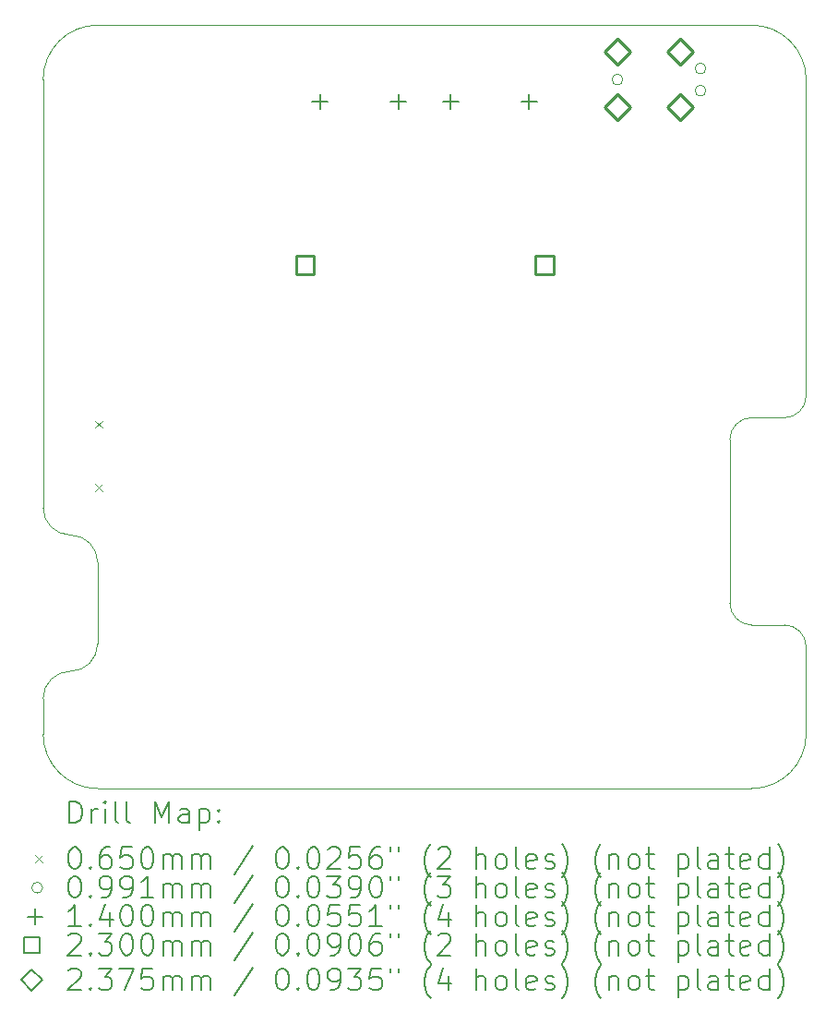
<source format=gbr>
%TF.GenerationSoftware,KiCad,Pcbnew,7.0.1*%
%TF.CreationDate,2023-05-20T22:35:56-07:00*%
%TF.ProjectId,ai-camera-rev3,61692d63-616d-4657-9261-2d726576332e,rev2*%
%TF.SameCoordinates,PX5a995c0PY2aea540*%
%TF.FileFunction,Drillmap*%
%TF.FilePolarity,Positive*%
%FSLAX45Y45*%
G04 Gerber Fmt 4.5, Leading zero omitted, Abs format (unit mm)*
G04 Created by KiCad (PCBNEW 7.0.1) date 2023-05-20 22:35:56*
%MOMM*%
%LPD*%
G01*
G04 APERTURE LIST*
%ADD10C,0.100000*%
%ADD11C,0.200000*%
%ADD12C,0.065000*%
%ADD13C,0.099060*%
%ADD14C,0.140000*%
%ADD15C,0.230000*%
%ADD16C,0.237490*%
G04 APERTURE END LIST*
D10*
X7000000Y-500000D02*
G75*
G03*
X6500000Y0I-500000J0D01*
G01*
X0Y-4425000D02*
G75*
G03*
X250000Y-4675000I250000J0D01*
G01*
X7000000Y-5700000D02*
X7000000Y-6500000D01*
X500000Y0D02*
X6500000Y0D01*
X6300000Y-5300000D02*
G75*
G03*
X6500000Y-5500000I200000J0D01*
G01*
X250000Y-5925000D02*
G75*
G03*
X0Y-6175000I0J-250000D01*
G01*
X6800000Y-3600000D02*
X6500000Y-3600000D01*
X500000Y0D02*
G75*
G03*
X0Y-500000I0J-500000D01*
G01*
X7000000Y-5700000D02*
G75*
G03*
X6800000Y-5500000I-200000J0D01*
G01*
X0Y-4425000D02*
X0Y-500000D01*
X500000Y-4925000D02*
G75*
G03*
X250000Y-4675000I-250000J0D01*
G01*
X6500000Y-3600000D02*
G75*
G03*
X6300000Y-3800000I0J-200000D01*
G01*
X6500000Y-5500000D02*
X6800000Y-5500000D01*
X6500000Y-7000000D02*
G75*
G03*
X7000000Y-6500000I0J500000D01*
G01*
X500000Y-5675000D02*
X500000Y-4925000D01*
X0Y-6175000D02*
X0Y-6500000D01*
X7000000Y-500000D02*
X7000000Y-3400000D01*
X0Y-6500000D02*
G75*
G03*
X500000Y-7000000I500000J0D01*
G01*
X6500000Y-7000000D02*
X500000Y-7000000D01*
X250000Y-5925000D02*
G75*
G03*
X500000Y-5675000I0J250000D01*
G01*
X6800000Y-3600000D02*
G75*
G03*
X7000000Y-3400000I0J200000D01*
G01*
X6300000Y-3800000D02*
X6300000Y-5300000D01*
D11*
D12*
X477500Y-3628500D02*
X542500Y-3693500D01*
X542500Y-3628500D02*
X477500Y-3693500D01*
X477500Y-4206500D02*
X542500Y-4271500D01*
X542500Y-4206500D02*
X477500Y-4271500D01*
D13*
X5318530Y-500000D02*
G75*
G03*
X5318530Y-500000I-49530J0D01*
G01*
X6080530Y-398400D02*
G75*
G03*
X6080530Y-398400I-49530J0D01*
G01*
X6080530Y-601600D02*
G75*
G03*
X6080530Y-601600I-49530J0D01*
G01*
D14*
X2540000Y-630000D02*
X2540000Y-770000D01*
X2470000Y-700000D02*
X2610000Y-700000D01*
X3260000Y-630000D02*
X3260000Y-770000D01*
X3190000Y-700000D02*
X3330000Y-700000D01*
X3740000Y-630000D02*
X3740000Y-770000D01*
X3670000Y-700000D02*
X3810000Y-700000D01*
X4460000Y-630000D02*
X4460000Y-770000D01*
X4390000Y-700000D02*
X4530000Y-700000D01*
D15*
X2481318Y-2281318D02*
X2481318Y-2118682D01*
X2318682Y-2118682D01*
X2318682Y-2281318D01*
X2481318Y-2281318D01*
X4681318Y-2281318D02*
X4681318Y-2118682D01*
X4518682Y-2118682D01*
X4518682Y-2281318D01*
X4681318Y-2281318D01*
D16*
X5269000Y-364745D02*
X5387745Y-246000D01*
X5269000Y-127255D01*
X5150255Y-246000D01*
X5269000Y-364745D01*
X5269000Y-872745D02*
X5387745Y-754000D01*
X5269000Y-635255D01*
X5150255Y-754000D01*
X5269000Y-872745D01*
X5840500Y-364745D02*
X5959245Y-246000D01*
X5840500Y-127255D01*
X5721755Y-246000D01*
X5840500Y-364745D01*
X5840500Y-872745D02*
X5959245Y-754000D01*
X5840500Y-635255D01*
X5721755Y-754000D01*
X5840500Y-872745D01*
D11*
X242619Y-7317524D02*
X242619Y-7117524D01*
X242619Y-7117524D02*
X290238Y-7117524D01*
X290238Y-7117524D02*
X318810Y-7127048D01*
X318810Y-7127048D02*
X337857Y-7146095D01*
X337857Y-7146095D02*
X347381Y-7165143D01*
X347381Y-7165143D02*
X356905Y-7203238D01*
X356905Y-7203238D02*
X356905Y-7231809D01*
X356905Y-7231809D02*
X347381Y-7269905D01*
X347381Y-7269905D02*
X337857Y-7288952D01*
X337857Y-7288952D02*
X318810Y-7308000D01*
X318810Y-7308000D02*
X290238Y-7317524D01*
X290238Y-7317524D02*
X242619Y-7317524D01*
X442619Y-7317524D02*
X442619Y-7184190D01*
X442619Y-7222286D02*
X452143Y-7203238D01*
X452143Y-7203238D02*
X461667Y-7193714D01*
X461667Y-7193714D02*
X480714Y-7184190D01*
X480714Y-7184190D02*
X499762Y-7184190D01*
X566429Y-7317524D02*
X566429Y-7184190D01*
X566429Y-7117524D02*
X556905Y-7127048D01*
X556905Y-7127048D02*
X566429Y-7136571D01*
X566429Y-7136571D02*
X575952Y-7127048D01*
X575952Y-7127048D02*
X566429Y-7117524D01*
X566429Y-7117524D02*
X566429Y-7136571D01*
X690238Y-7317524D02*
X671190Y-7308000D01*
X671190Y-7308000D02*
X661667Y-7288952D01*
X661667Y-7288952D02*
X661667Y-7117524D01*
X795000Y-7317524D02*
X775952Y-7308000D01*
X775952Y-7308000D02*
X766428Y-7288952D01*
X766428Y-7288952D02*
X766428Y-7117524D01*
X1023571Y-7317524D02*
X1023571Y-7117524D01*
X1023571Y-7117524D02*
X1090238Y-7260381D01*
X1090238Y-7260381D02*
X1156905Y-7117524D01*
X1156905Y-7117524D02*
X1156905Y-7317524D01*
X1337857Y-7317524D02*
X1337857Y-7212762D01*
X1337857Y-7212762D02*
X1328333Y-7193714D01*
X1328333Y-7193714D02*
X1309286Y-7184190D01*
X1309286Y-7184190D02*
X1271190Y-7184190D01*
X1271190Y-7184190D02*
X1252143Y-7193714D01*
X1337857Y-7308000D02*
X1318810Y-7317524D01*
X1318810Y-7317524D02*
X1271190Y-7317524D01*
X1271190Y-7317524D02*
X1252143Y-7308000D01*
X1252143Y-7308000D02*
X1242619Y-7288952D01*
X1242619Y-7288952D02*
X1242619Y-7269905D01*
X1242619Y-7269905D02*
X1252143Y-7250857D01*
X1252143Y-7250857D02*
X1271190Y-7241333D01*
X1271190Y-7241333D02*
X1318810Y-7241333D01*
X1318810Y-7241333D02*
X1337857Y-7231809D01*
X1433095Y-7184190D02*
X1433095Y-7384190D01*
X1433095Y-7193714D02*
X1452143Y-7184190D01*
X1452143Y-7184190D02*
X1490238Y-7184190D01*
X1490238Y-7184190D02*
X1509286Y-7193714D01*
X1509286Y-7193714D02*
X1518809Y-7203238D01*
X1518809Y-7203238D02*
X1528333Y-7222286D01*
X1528333Y-7222286D02*
X1528333Y-7279428D01*
X1528333Y-7279428D02*
X1518809Y-7298476D01*
X1518809Y-7298476D02*
X1509286Y-7308000D01*
X1509286Y-7308000D02*
X1490238Y-7317524D01*
X1490238Y-7317524D02*
X1452143Y-7317524D01*
X1452143Y-7317524D02*
X1433095Y-7308000D01*
X1614048Y-7298476D02*
X1623571Y-7308000D01*
X1623571Y-7308000D02*
X1614048Y-7317524D01*
X1614048Y-7317524D02*
X1604524Y-7308000D01*
X1604524Y-7308000D02*
X1614048Y-7298476D01*
X1614048Y-7298476D02*
X1614048Y-7317524D01*
X1614048Y-7193714D02*
X1623571Y-7203238D01*
X1623571Y-7203238D02*
X1614048Y-7212762D01*
X1614048Y-7212762D02*
X1604524Y-7203238D01*
X1604524Y-7203238D02*
X1614048Y-7193714D01*
X1614048Y-7193714D02*
X1614048Y-7212762D01*
D12*
X-70000Y-7612500D02*
X-5000Y-7677500D01*
X-5000Y-7612500D02*
X-70000Y-7677500D01*
D11*
X280714Y-7537524D02*
X299762Y-7537524D01*
X299762Y-7537524D02*
X318810Y-7547048D01*
X318810Y-7547048D02*
X328333Y-7556571D01*
X328333Y-7556571D02*
X337857Y-7575619D01*
X337857Y-7575619D02*
X347381Y-7613714D01*
X347381Y-7613714D02*
X347381Y-7661333D01*
X347381Y-7661333D02*
X337857Y-7699428D01*
X337857Y-7699428D02*
X328333Y-7718476D01*
X328333Y-7718476D02*
X318810Y-7728000D01*
X318810Y-7728000D02*
X299762Y-7737524D01*
X299762Y-7737524D02*
X280714Y-7737524D01*
X280714Y-7737524D02*
X261667Y-7728000D01*
X261667Y-7728000D02*
X252143Y-7718476D01*
X252143Y-7718476D02*
X242619Y-7699428D01*
X242619Y-7699428D02*
X233095Y-7661333D01*
X233095Y-7661333D02*
X233095Y-7613714D01*
X233095Y-7613714D02*
X242619Y-7575619D01*
X242619Y-7575619D02*
X252143Y-7556571D01*
X252143Y-7556571D02*
X261667Y-7547048D01*
X261667Y-7547048D02*
X280714Y-7537524D01*
X433095Y-7718476D02*
X442619Y-7728000D01*
X442619Y-7728000D02*
X433095Y-7737524D01*
X433095Y-7737524D02*
X423571Y-7728000D01*
X423571Y-7728000D02*
X433095Y-7718476D01*
X433095Y-7718476D02*
X433095Y-7737524D01*
X614048Y-7537524D02*
X575952Y-7537524D01*
X575952Y-7537524D02*
X556905Y-7547048D01*
X556905Y-7547048D02*
X547381Y-7556571D01*
X547381Y-7556571D02*
X528333Y-7585143D01*
X528333Y-7585143D02*
X518809Y-7623238D01*
X518809Y-7623238D02*
X518809Y-7699428D01*
X518809Y-7699428D02*
X528333Y-7718476D01*
X528333Y-7718476D02*
X537857Y-7728000D01*
X537857Y-7728000D02*
X556905Y-7737524D01*
X556905Y-7737524D02*
X595000Y-7737524D01*
X595000Y-7737524D02*
X614048Y-7728000D01*
X614048Y-7728000D02*
X623571Y-7718476D01*
X623571Y-7718476D02*
X633095Y-7699428D01*
X633095Y-7699428D02*
X633095Y-7651809D01*
X633095Y-7651809D02*
X623571Y-7632762D01*
X623571Y-7632762D02*
X614048Y-7623238D01*
X614048Y-7623238D02*
X595000Y-7613714D01*
X595000Y-7613714D02*
X556905Y-7613714D01*
X556905Y-7613714D02*
X537857Y-7623238D01*
X537857Y-7623238D02*
X528333Y-7632762D01*
X528333Y-7632762D02*
X518809Y-7651809D01*
X814048Y-7537524D02*
X718809Y-7537524D01*
X718809Y-7537524D02*
X709286Y-7632762D01*
X709286Y-7632762D02*
X718809Y-7623238D01*
X718809Y-7623238D02*
X737857Y-7613714D01*
X737857Y-7613714D02*
X785476Y-7613714D01*
X785476Y-7613714D02*
X804524Y-7623238D01*
X804524Y-7623238D02*
X814048Y-7632762D01*
X814048Y-7632762D02*
X823571Y-7651809D01*
X823571Y-7651809D02*
X823571Y-7699428D01*
X823571Y-7699428D02*
X814048Y-7718476D01*
X814048Y-7718476D02*
X804524Y-7728000D01*
X804524Y-7728000D02*
X785476Y-7737524D01*
X785476Y-7737524D02*
X737857Y-7737524D01*
X737857Y-7737524D02*
X718809Y-7728000D01*
X718809Y-7728000D02*
X709286Y-7718476D01*
X947381Y-7537524D02*
X966429Y-7537524D01*
X966429Y-7537524D02*
X985476Y-7547048D01*
X985476Y-7547048D02*
X995000Y-7556571D01*
X995000Y-7556571D02*
X1004524Y-7575619D01*
X1004524Y-7575619D02*
X1014048Y-7613714D01*
X1014048Y-7613714D02*
X1014048Y-7661333D01*
X1014048Y-7661333D02*
X1004524Y-7699428D01*
X1004524Y-7699428D02*
X995000Y-7718476D01*
X995000Y-7718476D02*
X985476Y-7728000D01*
X985476Y-7728000D02*
X966429Y-7737524D01*
X966429Y-7737524D02*
X947381Y-7737524D01*
X947381Y-7737524D02*
X928333Y-7728000D01*
X928333Y-7728000D02*
X918809Y-7718476D01*
X918809Y-7718476D02*
X909286Y-7699428D01*
X909286Y-7699428D02*
X899762Y-7661333D01*
X899762Y-7661333D02*
X899762Y-7613714D01*
X899762Y-7613714D02*
X909286Y-7575619D01*
X909286Y-7575619D02*
X918809Y-7556571D01*
X918809Y-7556571D02*
X928333Y-7547048D01*
X928333Y-7547048D02*
X947381Y-7537524D01*
X1099762Y-7737524D02*
X1099762Y-7604190D01*
X1099762Y-7623238D02*
X1109286Y-7613714D01*
X1109286Y-7613714D02*
X1128333Y-7604190D01*
X1128333Y-7604190D02*
X1156905Y-7604190D01*
X1156905Y-7604190D02*
X1175952Y-7613714D01*
X1175952Y-7613714D02*
X1185476Y-7632762D01*
X1185476Y-7632762D02*
X1185476Y-7737524D01*
X1185476Y-7632762D02*
X1195000Y-7613714D01*
X1195000Y-7613714D02*
X1214048Y-7604190D01*
X1214048Y-7604190D02*
X1242619Y-7604190D01*
X1242619Y-7604190D02*
X1261667Y-7613714D01*
X1261667Y-7613714D02*
X1271191Y-7632762D01*
X1271191Y-7632762D02*
X1271191Y-7737524D01*
X1366429Y-7737524D02*
X1366429Y-7604190D01*
X1366429Y-7623238D02*
X1375952Y-7613714D01*
X1375952Y-7613714D02*
X1395000Y-7604190D01*
X1395000Y-7604190D02*
X1423571Y-7604190D01*
X1423571Y-7604190D02*
X1442619Y-7613714D01*
X1442619Y-7613714D02*
X1452143Y-7632762D01*
X1452143Y-7632762D02*
X1452143Y-7737524D01*
X1452143Y-7632762D02*
X1461667Y-7613714D01*
X1461667Y-7613714D02*
X1480714Y-7604190D01*
X1480714Y-7604190D02*
X1509286Y-7604190D01*
X1509286Y-7604190D02*
X1528333Y-7613714D01*
X1528333Y-7613714D02*
X1537857Y-7632762D01*
X1537857Y-7632762D02*
X1537857Y-7737524D01*
X1928333Y-7528000D02*
X1756905Y-7785143D01*
X2185476Y-7537524D02*
X2204524Y-7537524D01*
X2204524Y-7537524D02*
X2223572Y-7547048D01*
X2223572Y-7547048D02*
X2233095Y-7556571D01*
X2233095Y-7556571D02*
X2242619Y-7575619D01*
X2242619Y-7575619D02*
X2252143Y-7613714D01*
X2252143Y-7613714D02*
X2252143Y-7661333D01*
X2252143Y-7661333D02*
X2242619Y-7699428D01*
X2242619Y-7699428D02*
X2233095Y-7718476D01*
X2233095Y-7718476D02*
X2223572Y-7728000D01*
X2223572Y-7728000D02*
X2204524Y-7737524D01*
X2204524Y-7737524D02*
X2185476Y-7737524D01*
X2185476Y-7737524D02*
X2166429Y-7728000D01*
X2166429Y-7728000D02*
X2156905Y-7718476D01*
X2156905Y-7718476D02*
X2147381Y-7699428D01*
X2147381Y-7699428D02*
X2137857Y-7661333D01*
X2137857Y-7661333D02*
X2137857Y-7613714D01*
X2137857Y-7613714D02*
X2147381Y-7575619D01*
X2147381Y-7575619D02*
X2156905Y-7556571D01*
X2156905Y-7556571D02*
X2166429Y-7547048D01*
X2166429Y-7547048D02*
X2185476Y-7537524D01*
X2337857Y-7718476D02*
X2347381Y-7728000D01*
X2347381Y-7728000D02*
X2337857Y-7737524D01*
X2337857Y-7737524D02*
X2328334Y-7728000D01*
X2328334Y-7728000D02*
X2337857Y-7718476D01*
X2337857Y-7718476D02*
X2337857Y-7737524D01*
X2471191Y-7537524D02*
X2490238Y-7537524D01*
X2490238Y-7537524D02*
X2509286Y-7547048D01*
X2509286Y-7547048D02*
X2518810Y-7556571D01*
X2518810Y-7556571D02*
X2528334Y-7575619D01*
X2528334Y-7575619D02*
X2537857Y-7613714D01*
X2537857Y-7613714D02*
X2537857Y-7661333D01*
X2537857Y-7661333D02*
X2528334Y-7699428D01*
X2528334Y-7699428D02*
X2518810Y-7718476D01*
X2518810Y-7718476D02*
X2509286Y-7728000D01*
X2509286Y-7728000D02*
X2490238Y-7737524D01*
X2490238Y-7737524D02*
X2471191Y-7737524D01*
X2471191Y-7737524D02*
X2452143Y-7728000D01*
X2452143Y-7728000D02*
X2442619Y-7718476D01*
X2442619Y-7718476D02*
X2433095Y-7699428D01*
X2433095Y-7699428D02*
X2423572Y-7661333D01*
X2423572Y-7661333D02*
X2423572Y-7613714D01*
X2423572Y-7613714D02*
X2433095Y-7575619D01*
X2433095Y-7575619D02*
X2442619Y-7556571D01*
X2442619Y-7556571D02*
X2452143Y-7547048D01*
X2452143Y-7547048D02*
X2471191Y-7537524D01*
X2614048Y-7556571D02*
X2623572Y-7547048D01*
X2623572Y-7547048D02*
X2642619Y-7537524D01*
X2642619Y-7537524D02*
X2690238Y-7537524D01*
X2690238Y-7537524D02*
X2709286Y-7547048D01*
X2709286Y-7547048D02*
X2718810Y-7556571D01*
X2718810Y-7556571D02*
X2728334Y-7575619D01*
X2728334Y-7575619D02*
X2728334Y-7594667D01*
X2728334Y-7594667D02*
X2718810Y-7623238D01*
X2718810Y-7623238D02*
X2604524Y-7737524D01*
X2604524Y-7737524D02*
X2728334Y-7737524D01*
X2909286Y-7537524D02*
X2814048Y-7537524D01*
X2814048Y-7537524D02*
X2804524Y-7632762D01*
X2804524Y-7632762D02*
X2814048Y-7623238D01*
X2814048Y-7623238D02*
X2833095Y-7613714D01*
X2833095Y-7613714D02*
X2880714Y-7613714D01*
X2880714Y-7613714D02*
X2899762Y-7623238D01*
X2899762Y-7623238D02*
X2909286Y-7632762D01*
X2909286Y-7632762D02*
X2918810Y-7651809D01*
X2918810Y-7651809D02*
X2918810Y-7699428D01*
X2918810Y-7699428D02*
X2909286Y-7718476D01*
X2909286Y-7718476D02*
X2899762Y-7728000D01*
X2899762Y-7728000D02*
X2880714Y-7737524D01*
X2880714Y-7737524D02*
X2833095Y-7737524D01*
X2833095Y-7737524D02*
X2814048Y-7728000D01*
X2814048Y-7728000D02*
X2804524Y-7718476D01*
X3090238Y-7537524D02*
X3052143Y-7537524D01*
X3052143Y-7537524D02*
X3033095Y-7547048D01*
X3033095Y-7547048D02*
X3023572Y-7556571D01*
X3023572Y-7556571D02*
X3004524Y-7585143D01*
X3004524Y-7585143D02*
X2995000Y-7623238D01*
X2995000Y-7623238D02*
X2995000Y-7699428D01*
X2995000Y-7699428D02*
X3004524Y-7718476D01*
X3004524Y-7718476D02*
X3014048Y-7728000D01*
X3014048Y-7728000D02*
X3033095Y-7737524D01*
X3033095Y-7737524D02*
X3071191Y-7737524D01*
X3071191Y-7737524D02*
X3090238Y-7728000D01*
X3090238Y-7728000D02*
X3099762Y-7718476D01*
X3099762Y-7718476D02*
X3109286Y-7699428D01*
X3109286Y-7699428D02*
X3109286Y-7651809D01*
X3109286Y-7651809D02*
X3099762Y-7632762D01*
X3099762Y-7632762D02*
X3090238Y-7623238D01*
X3090238Y-7623238D02*
X3071191Y-7613714D01*
X3071191Y-7613714D02*
X3033095Y-7613714D01*
X3033095Y-7613714D02*
X3014048Y-7623238D01*
X3014048Y-7623238D02*
X3004524Y-7632762D01*
X3004524Y-7632762D02*
X2995000Y-7651809D01*
X3185476Y-7537524D02*
X3185476Y-7575619D01*
X3261667Y-7537524D02*
X3261667Y-7575619D01*
X3556905Y-7813714D02*
X3547381Y-7804190D01*
X3547381Y-7804190D02*
X3528334Y-7775619D01*
X3528334Y-7775619D02*
X3518810Y-7756571D01*
X3518810Y-7756571D02*
X3509286Y-7728000D01*
X3509286Y-7728000D02*
X3499762Y-7680381D01*
X3499762Y-7680381D02*
X3499762Y-7642286D01*
X3499762Y-7642286D02*
X3509286Y-7594667D01*
X3509286Y-7594667D02*
X3518810Y-7566095D01*
X3518810Y-7566095D02*
X3528334Y-7547048D01*
X3528334Y-7547048D02*
X3547381Y-7518476D01*
X3547381Y-7518476D02*
X3556905Y-7508952D01*
X3623572Y-7556571D02*
X3633095Y-7547048D01*
X3633095Y-7547048D02*
X3652143Y-7537524D01*
X3652143Y-7537524D02*
X3699762Y-7537524D01*
X3699762Y-7537524D02*
X3718810Y-7547048D01*
X3718810Y-7547048D02*
X3728334Y-7556571D01*
X3728334Y-7556571D02*
X3737857Y-7575619D01*
X3737857Y-7575619D02*
X3737857Y-7594667D01*
X3737857Y-7594667D02*
X3728334Y-7623238D01*
X3728334Y-7623238D02*
X3614048Y-7737524D01*
X3614048Y-7737524D02*
X3737857Y-7737524D01*
X3975953Y-7737524D02*
X3975953Y-7537524D01*
X4061667Y-7737524D02*
X4061667Y-7632762D01*
X4061667Y-7632762D02*
X4052143Y-7613714D01*
X4052143Y-7613714D02*
X4033096Y-7604190D01*
X4033096Y-7604190D02*
X4004524Y-7604190D01*
X4004524Y-7604190D02*
X3985476Y-7613714D01*
X3985476Y-7613714D02*
X3975953Y-7623238D01*
X4185476Y-7737524D02*
X4166429Y-7728000D01*
X4166429Y-7728000D02*
X4156905Y-7718476D01*
X4156905Y-7718476D02*
X4147381Y-7699428D01*
X4147381Y-7699428D02*
X4147381Y-7642286D01*
X4147381Y-7642286D02*
X4156905Y-7623238D01*
X4156905Y-7623238D02*
X4166429Y-7613714D01*
X4166429Y-7613714D02*
X4185476Y-7604190D01*
X4185476Y-7604190D02*
X4214048Y-7604190D01*
X4214048Y-7604190D02*
X4233096Y-7613714D01*
X4233096Y-7613714D02*
X4242619Y-7623238D01*
X4242619Y-7623238D02*
X4252143Y-7642286D01*
X4252143Y-7642286D02*
X4252143Y-7699428D01*
X4252143Y-7699428D02*
X4242619Y-7718476D01*
X4242619Y-7718476D02*
X4233096Y-7728000D01*
X4233096Y-7728000D02*
X4214048Y-7737524D01*
X4214048Y-7737524D02*
X4185476Y-7737524D01*
X4366429Y-7737524D02*
X4347381Y-7728000D01*
X4347381Y-7728000D02*
X4337858Y-7708952D01*
X4337858Y-7708952D02*
X4337858Y-7537524D01*
X4518810Y-7728000D02*
X4499762Y-7737524D01*
X4499762Y-7737524D02*
X4461667Y-7737524D01*
X4461667Y-7737524D02*
X4442619Y-7728000D01*
X4442619Y-7728000D02*
X4433096Y-7708952D01*
X4433096Y-7708952D02*
X4433096Y-7632762D01*
X4433096Y-7632762D02*
X4442619Y-7613714D01*
X4442619Y-7613714D02*
X4461667Y-7604190D01*
X4461667Y-7604190D02*
X4499762Y-7604190D01*
X4499762Y-7604190D02*
X4518810Y-7613714D01*
X4518810Y-7613714D02*
X4528334Y-7632762D01*
X4528334Y-7632762D02*
X4528334Y-7651809D01*
X4528334Y-7651809D02*
X4433096Y-7670857D01*
X4604524Y-7728000D02*
X4623572Y-7737524D01*
X4623572Y-7737524D02*
X4661667Y-7737524D01*
X4661667Y-7737524D02*
X4680715Y-7728000D01*
X4680715Y-7728000D02*
X4690239Y-7708952D01*
X4690239Y-7708952D02*
X4690239Y-7699428D01*
X4690239Y-7699428D02*
X4680715Y-7680381D01*
X4680715Y-7680381D02*
X4661667Y-7670857D01*
X4661667Y-7670857D02*
X4633096Y-7670857D01*
X4633096Y-7670857D02*
X4614048Y-7661333D01*
X4614048Y-7661333D02*
X4604524Y-7642286D01*
X4604524Y-7642286D02*
X4604524Y-7632762D01*
X4604524Y-7632762D02*
X4614048Y-7613714D01*
X4614048Y-7613714D02*
X4633096Y-7604190D01*
X4633096Y-7604190D02*
X4661667Y-7604190D01*
X4661667Y-7604190D02*
X4680715Y-7613714D01*
X4756905Y-7813714D02*
X4766429Y-7804190D01*
X4766429Y-7804190D02*
X4785477Y-7775619D01*
X4785477Y-7775619D02*
X4795000Y-7756571D01*
X4795000Y-7756571D02*
X4804524Y-7728000D01*
X4804524Y-7728000D02*
X4814048Y-7680381D01*
X4814048Y-7680381D02*
X4814048Y-7642286D01*
X4814048Y-7642286D02*
X4804524Y-7594667D01*
X4804524Y-7594667D02*
X4795000Y-7566095D01*
X4795000Y-7566095D02*
X4785477Y-7547048D01*
X4785477Y-7547048D02*
X4766429Y-7518476D01*
X4766429Y-7518476D02*
X4756905Y-7508952D01*
X5118810Y-7813714D02*
X5109286Y-7804190D01*
X5109286Y-7804190D02*
X5090239Y-7775619D01*
X5090239Y-7775619D02*
X5080715Y-7756571D01*
X5080715Y-7756571D02*
X5071191Y-7728000D01*
X5071191Y-7728000D02*
X5061667Y-7680381D01*
X5061667Y-7680381D02*
X5061667Y-7642286D01*
X5061667Y-7642286D02*
X5071191Y-7594667D01*
X5071191Y-7594667D02*
X5080715Y-7566095D01*
X5080715Y-7566095D02*
X5090239Y-7547048D01*
X5090239Y-7547048D02*
X5109286Y-7518476D01*
X5109286Y-7518476D02*
X5118810Y-7508952D01*
X5195000Y-7604190D02*
X5195000Y-7737524D01*
X5195000Y-7623238D02*
X5204524Y-7613714D01*
X5204524Y-7613714D02*
X5223572Y-7604190D01*
X5223572Y-7604190D02*
X5252143Y-7604190D01*
X5252143Y-7604190D02*
X5271191Y-7613714D01*
X5271191Y-7613714D02*
X5280715Y-7632762D01*
X5280715Y-7632762D02*
X5280715Y-7737524D01*
X5404524Y-7737524D02*
X5385477Y-7728000D01*
X5385477Y-7728000D02*
X5375953Y-7718476D01*
X5375953Y-7718476D02*
X5366429Y-7699428D01*
X5366429Y-7699428D02*
X5366429Y-7642286D01*
X5366429Y-7642286D02*
X5375953Y-7623238D01*
X5375953Y-7623238D02*
X5385477Y-7613714D01*
X5385477Y-7613714D02*
X5404524Y-7604190D01*
X5404524Y-7604190D02*
X5433096Y-7604190D01*
X5433096Y-7604190D02*
X5452143Y-7613714D01*
X5452143Y-7613714D02*
X5461667Y-7623238D01*
X5461667Y-7623238D02*
X5471191Y-7642286D01*
X5471191Y-7642286D02*
X5471191Y-7699428D01*
X5471191Y-7699428D02*
X5461667Y-7718476D01*
X5461667Y-7718476D02*
X5452143Y-7728000D01*
X5452143Y-7728000D02*
X5433096Y-7737524D01*
X5433096Y-7737524D02*
X5404524Y-7737524D01*
X5528334Y-7604190D02*
X5604524Y-7604190D01*
X5556905Y-7537524D02*
X5556905Y-7708952D01*
X5556905Y-7708952D02*
X5566429Y-7728000D01*
X5566429Y-7728000D02*
X5585477Y-7737524D01*
X5585477Y-7737524D02*
X5604524Y-7737524D01*
X5823572Y-7604190D02*
X5823572Y-7804190D01*
X5823572Y-7613714D02*
X5842619Y-7604190D01*
X5842619Y-7604190D02*
X5880715Y-7604190D01*
X5880715Y-7604190D02*
X5899762Y-7613714D01*
X5899762Y-7613714D02*
X5909286Y-7623238D01*
X5909286Y-7623238D02*
X5918810Y-7642286D01*
X5918810Y-7642286D02*
X5918810Y-7699428D01*
X5918810Y-7699428D02*
X5909286Y-7718476D01*
X5909286Y-7718476D02*
X5899762Y-7728000D01*
X5899762Y-7728000D02*
X5880715Y-7737524D01*
X5880715Y-7737524D02*
X5842619Y-7737524D01*
X5842619Y-7737524D02*
X5823572Y-7728000D01*
X6033096Y-7737524D02*
X6014048Y-7728000D01*
X6014048Y-7728000D02*
X6004524Y-7708952D01*
X6004524Y-7708952D02*
X6004524Y-7537524D01*
X6195000Y-7737524D02*
X6195000Y-7632762D01*
X6195000Y-7632762D02*
X6185477Y-7613714D01*
X6185477Y-7613714D02*
X6166429Y-7604190D01*
X6166429Y-7604190D02*
X6128334Y-7604190D01*
X6128334Y-7604190D02*
X6109286Y-7613714D01*
X6195000Y-7728000D02*
X6175953Y-7737524D01*
X6175953Y-7737524D02*
X6128334Y-7737524D01*
X6128334Y-7737524D02*
X6109286Y-7728000D01*
X6109286Y-7728000D02*
X6099762Y-7708952D01*
X6099762Y-7708952D02*
X6099762Y-7689905D01*
X6099762Y-7689905D02*
X6109286Y-7670857D01*
X6109286Y-7670857D02*
X6128334Y-7661333D01*
X6128334Y-7661333D02*
X6175953Y-7661333D01*
X6175953Y-7661333D02*
X6195000Y-7651809D01*
X6261667Y-7604190D02*
X6337858Y-7604190D01*
X6290239Y-7537524D02*
X6290239Y-7708952D01*
X6290239Y-7708952D02*
X6299762Y-7728000D01*
X6299762Y-7728000D02*
X6318810Y-7737524D01*
X6318810Y-7737524D02*
X6337858Y-7737524D01*
X6480715Y-7728000D02*
X6461667Y-7737524D01*
X6461667Y-7737524D02*
X6423572Y-7737524D01*
X6423572Y-7737524D02*
X6404524Y-7728000D01*
X6404524Y-7728000D02*
X6395000Y-7708952D01*
X6395000Y-7708952D02*
X6395000Y-7632762D01*
X6395000Y-7632762D02*
X6404524Y-7613714D01*
X6404524Y-7613714D02*
X6423572Y-7604190D01*
X6423572Y-7604190D02*
X6461667Y-7604190D01*
X6461667Y-7604190D02*
X6480715Y-7613714D01*
X6480715Y-7613714D02*
X6490239Y-7632762D01*
X6490239Y-7632762D02*
X6490239Y-7651809D01*
X6490239Y-7651809D02*
X6395000Y-7670857D01*
X6661667Y-7737524D02*
X6661667Y-7537524D01*
X6661667Y-7728000D02*
X6642620Y-7737524D01*
X6642620Y-7737524D02*
X6604524Y-7737524D01*
X6604524Y-7737524D02*
X6585477Y-7728000D01*
X6585477Y-7728000D02*
X6575953Y-7718476D01*
X6575953Y-7718476D02*
X6566429Y-7699428D01*
X6566429Y-7699428D02*
X6566429Y-7642286D01*
X6566429Y-7642286D02*
X6575953Y-7623238D01*
X6575953Y-7623238D02*
X6585477Y-7613714D01*
X6585477Y-7613714D02*
X6604524Y-7604190D01*
X6604524Y-7604190D02*
X6642620Y-7604190D01*
X6642620Y-7604190D02*
X6661667Y-7613714D01*
X6737858Y-7813714D02*
X6747381Y-7804190D01*
X6747381Y-7804190D02*
X6766429Y-7775619D01*
X6766429Y-7775619D02*
X6775953Y-7756571D01*
X6775953Y-7756571D02*
X6785477Y-7728000D01*
X6785477Y-7728000D02*
X6795000Y-7680381D01*
X6795000Y-7680381D02*
X6795000Y-7642286D01*
X6795000Y-7642286D02*
X6785477Y-7594667D01*
X6785477Y-7594667D02*
X6775953Y-7566095D01*
X6775953Y-7566095D02*
X6766429Y-7547048D01*
X6766429Y-7547048D02*
X6747381Y-7518476D01*
X6747381Y-7518476D02*
X6737858Y-7508952D01*
D13*
X-5000Y-7909000D02*
G75*
G03*
X-5000Y-7909000I-49530J0D01*
G01*
D11*
X280714Y-7801524D02*
X299762Y-7801524D01*
X299762Y-7801524D02*
X318810Y-7811048D01*
X318810Y-7811048D02*
X328333Y-7820571D01*
X328333Y-7820571D02*
X337857Y-7839619D01*
X337857Y-7839619D02*
X347381Y-7877714D01*
X347381Y-7877714D02*
X347381Y-7925333D01*
X347381Y-7925333D02*
X337857Y-7963428D01*
X337857Y-7963428D02*
X328333Y-7982476D01*
X328333Y-7982476D02*
X318810Y-7992000D01*
X318810Y-7992000D02*
X299762Y-8001524D01*
X299762Y-8001524D02*
X280714Y-8001524D01*
X280714Y-8001524D02*
X261667Y-7992000D01*
X261667Y-7992000D02*
X252143Y-7982476D01*
X252143Y-7982476D02*
X242619Y-7963428D01*
X242619Y-7963428D02*
X233095Y-7925333D01*
X233095Y-7925333D02*
X233095Y-7877714D01*
X233095Y-7877714D02*
X242619Y-7839619D01*
X242619Y-7839619D02*
X252143Y-7820571D01*
X252143Y-7820571D02*
X261667Y-7811048D01*
X261667Y-7811048D02*
X280714Y-7801524D01*
X433095Y-7982476D02*
X442619Y-7992000D01*
X442619Y-7992000D02*
X433095Y-8001524D01*
X433095Y-8001524D02*
X423571Y-7992000D01*
X423571Y-7992000D02*
X433095Y-7982476D01*
X433095Y-7982476D02*
X433095Y-8001524D01*
X537857Y-8001524D02*
X575952Y-8001524D01*
X575952Y-8001524D02*
X595000Y-7992000D01*
X595000Y-7992000D02*
X604524Y-7982476D01*
X604524Y-7982476D02*
X623571Y-7953905D01*
X623571Y-7953905D02*
X633095Y-7915809D01*
X633095Y-7915809D02*
X633095Y-7839619D01*
X633095Y-7839619D02*
X623571Y-7820571D01*
X623571Y-7820571D02*
X614048Y-7811048D01*
X614048Y-7811048D02*
X595000Y-7801524D01*
X595000Y-7801524D02*
X556905Y-7801524D01*
X556905Y-7801524D02*
X537857Y-7811048D01*
X537857Y-7811048D02*
X528333Y-7820571D01*
X528333Y-7820571D02*
X518809Y-7839619D01*
X518809Y-7839619D02*
X518809Y-7887238D01*
X518809Y-7887238D02*
X528333Y-7906286D01*
X528333Y-7906286D02*
X537857Y-7915809D01*
X537857Y-7915809D02*
X556905Y-7925333D01*
X556905Y-7925333D02*
X595000Y-7925333D01*
X595000Y-7925333D02*
X614048Y-7915809D01*
X614048Y-7915809D02*
X623571Y-7906286D01*
X623571Y-7906286D02*
X633095Y-7887238D01*
X728333Y-8001524D02*
X766428Y-8001524D01*
X766428Y-8001524D02*
X785476Y-7992000D01*
X785476Y-7992000D02*
X795000Y-7982476D01*
X795000Y-7982476D02*
X814048Y-7953905D01*
X814048Y-7953905D02*
X823571Y-7915809D01*
X823571Y-7915809D02*
X823571Y-7839619D01*
X823571Y-7839619D02*
X814048Y-7820571D01*
X814048Y-7820571D02*
X804524Y-7811048D01*
X804524Y-7811048D02*
X785476Y-7801524D01*
X785476Y-7801524D02*
X747381Y-7801524D01*
X747381Y-7801524D02*
X728333Y-7811048D01*
X728333Y-7811048D02*
X718809Y-7820571D01*
X718809Y-7820571D02*
X709286Y-7839619D01*
X709286Y-7839619D02*
X709286Y-7887238D01*
X709286Y-7887238D02*
X718809Y-7906286D01*
X718809Y-7906286D02*
X728333Y-7915809D01*
X728333Y-7915809D02*
X747381Y-7925333D01*
X747381Y-7925333D02*
X785476Y-7925333D01*
X785476Y-7925333D02*
X804524Y-7915809D01*
X804524Y-7915809D02*
X814048Y-7906286D01*
X814048Y-7906286D02*
X823571Y-7887238D01*
X1014048Y-8001524D02*
X899762Y-8001524D01*
X956905Y-8001524D02*
X956905Y-7801524D01*
X956905Y-7801524D02*
X937857Y-7830095D01*
X937857Y-7830095D02*
X918809Y-7849143D01*
X918809Y-7849143D02*
X899762Y-7858667D01*
X1099762Y-8001524D02*
X1099762Y-7868190D01*
X1099762Y-7887238D02*
X1109286Y-7877714D01*
X1109286Y-7877714D02*
X1128333Y-7868190D01*
X1128333Y-7868190D02*
X1156905Y-7868190D01*
X1156905Y-7868190D02*
X1175952Y-7877714D01*
X1175952Y-7877714D02*
X1185476Y-7896762D01*
X1185476Y-7896762D02*
X1185476Y-8001524D01*
X1185476Y-7896762D02*
X1195000Y-7877714D01*
X1195000Y-7877714D02*
X1214048Y-7868190D01*
X1214048Y-7868190D02*
X1242619Y-7868190D01*
X1242619Y-7868190D02*
X1261667Y-7877714D01*
X1261667Y-7877714D02*
X1271191Y-7896762D01*
X1271191Y-7896762D02*
X1271191Y-8001524D01*
X1366429Y-8001524D02*
X1366429Y-7868190D01*
X1366429Y-7887238D02*
X1375952Y-7877714D01*
X1375952Y-7877714D02*
X1395000Y-7868190D01*
X1395000Y-7868190D02*
X1423571Y-7868190D01*
X1423571Y-7868190D02*
X1442619Y-7877714D01*
X1442619Y-7877714D02*
X1452143Y-7896762D01*
X1452143Y-7896762D02*
X1452143Y-8001524D01*
X1452143Y-7896762D02*
X1461667Y-7877714D01*
X1461667Y-7877714D02*
X1480714Y-7868190D01*
X1480714Y-7868190D02*
X1509286Y-7868190D01*
X1509286Y-7868190D02*
X1528333Y-7877714D01*
X1528333Y-7877714D02*
X1537857Y-7896762D01*
X1537857Y-7896762D02*
X1537857Y-8001524D01*
X1928333Y-7792000D02*
X1756905Y-8049143D01*
X2185476Y-7801524D02*
X2204524Y-7801524D01*
X2204524Y-7801524D02*
X2223572Y-7811048D01*
X2223572Y-7811048D02*
X2233095Y-7820571D01*
X2233095Y-7820571D02*
X2242619Y-7839619D01*
X2242619Y-7839619D02*
X2252143Y-7877714D01*
X2252143Y-7877714D02*
X2252143Y-7925333D01*
X2252143Y-7925333D02*
X2242619Y-7963428D01*
X2242619Y-7963428D02*
X2233095Y-7982476D01*
X2233095Y-7982476D02*
X2223572Y-7992000D01*
X2223572Y-7992000D02*
X2204524Y-8001524D01*
X2204524Y-8001524D02*
X2185476Y-8001524D01*
X2185476Y-8001524D02*
X2166429Y-7992000D01*
X2166429Y-7992000D02*
X2156905Y-7982476D01*
X2156905Y-7982476D02*
X2147381Y-7963428D01*
X2147381Y-7963428D02*
X2137857Y-7925333D01*
X2137857Y-7925333D02*
X2137857Y-7877714D01*
X2137857Y-7877714D02*
X2147381Y-7839619D01*
X2147381Y-7839619D02*
X2156905Y-7820571D01*
X2156905Y-7820571D02*
X2166429Y-7811048D01*
X2166429Y-7811048D02*
X2185476Y-7801524D01*
X2337857Y-7982476D02*
X2347381Y-7992000D01*
X2347381Y-7992000D02*
X2337857Y-8001524D01*
X2337857Y-8001524D02*
X2328334Y-7992000D01*
X2328334Y-7992000D02*
X2337857Y-7982476D01*
X2337857Y-7982476D02*
X2337857Y-8001524D01*
X2471191Y-7801524D02*
X2490238Y-7801524D01*
X2490238Y-7801524D02*
X2509286Y-7811048D01*
X2509286Y-7811048D02*
X2518810Y-7820571D01*
X2518810Y-7820571D02*
X2528334Y-7839619D01*
X2528334Y-7839619D02*
X2537857Y-7877714D01*
X2537857Y-7877714D02*
X2537857Y-7925333D01*
X2537857Y-7925333D02*
X2528334Y-7963428D01*
X2528334Y-7963428D02*
X2518810Y-7982476D01*
X2518810Y-7982476D02*
X2509286Y-7992000D01*
X2509286Y-7992000D02*
X2490238Y-8001524D01*
X2490238Y-8001524D02*
X2471191Y-8001524D01*
X2471191Y-8001524D02*
X2452143Y-7992000D01*
X2452143Y-7992000D02*
X2442619Y-7982476D01*
X2442619Y-7982476D02*
X2433095Y-7963428D01*
X2433095Y-7963428D02*
X2423572Y-7925333D01*
X2423572Y-7925333D02*
X2423572Y-7877714D01*
X2423572Y-7877714D02*
X2433095Y-7839619D01*
X2433095Y-7839619D02*
X2442619Y-7820571D01*
X2442619Y-7820571D02*
X2452143Y-7811048D01*
X2452143Y-7811048D02*
X2471191Y-7801524D01*
X2604524Y-7801524D02*
X2728334Y-7801524D01*
X2728334Y-7801524D02*
X2661667Y-7877714D01*
X2661667Y-7877714D02*
X2690238Y-7877714D01*
X2690238Y-7877714D02*
X2709286Y-7887238D01*
X2709286Y-7887238D02*
X2718810Y-7896762D01*
X2718810Y-7896762D02*
X2728334Y-7915809D01*
X2728334Y-7915809D02*
X2728334Y-7963428D01*
X2728334Y-7963428D02*
X2718810Y-7982476D01*
X2718810Y-7982476D02*
X2709286Y-7992000D01*
X2709286Y-7992000D02*
X2690238Y-8001524D01*
X2690238Y-8001524D02*
X2633095Y-8001524D01*
X2633095Y-8001524D02*
X2614048Y-7992000D01*
X2614048Y-7992000D02*
X2604524Y-7982476D01*
X2823572Y-8001524D02*
X2861667Y-8001524D01*
X2861667Y-8001524D02*
X2880714Y-7992000D01*
X2880714Y-7992000D02*
X2890238Y-7982476D01*
X2890238Y-7982476D02*
X2909286Y-7953905D01*
X2909286Y-7953905D02*
X2918810Y-7915809D01*
X2918810Y-7915809D02*
X2918810Y-7839619D01*
X2918810Y-7839619D02*
X2909286Y-7820571D01*
X2909286Y-7820571D02*
X2899762Y-7811048D01*
X2899762Y-7811048D02*
X2880714Y-7801524D01*
X2880714Y-7801524D02*
X2842619Y-7801524D01*
X2842619Y-7801524D02*
X2823572Y-7811048D01*
X2823572Y-7811048D02*
X2814048Y-7820571D01*
X2814048Y-7820571D02*
X2804524Y-7839619D01*
X2804524Y-7839619D02*
X2804524Y-7887238D01*
X2804524Y-7887238D02*
X2814048Y-7906286D01*
X2814048Y-7906286D02*
X2823572Y-7915809D01*
X2823572Y-7915809D02*
X2842619Y-7925333D01*
X2842619Y-7925333D02*
X2880714Y-7925333D01*
X2880714Y-7925333D02*
X2899762Y-7915809D01*
X2899762Y-7915809D02*
X2909286Y-7906286D01*
X2909286Y-7906286D02*
X2918810Y-7887238D01*
X3042619Y-7801524D02*
X3061667Y-7801524D01*
X3061667Y-7801524D02*
X3080714Y-7811048D01*
X3080714Y-7811048D02*
X3090238Y-7820571D01*
X3090238Y-7820571D02*
X3099762Y-7839619D01*
X3099762Y-7839619D02*
X3109286Y-7877714D01*
X3109286Y-7877714D02*
X3109286Y-7925333D01*
X3109286Y-7925333D02*
X3099762Y-7963428D01*
X3099762Y-7963428D02*
X3090238Y-7982476D01*
X3090238Y-7982476D02*
X3080714Y-7992000D01*
X3080714Y-7992000D02*
X3061667Y-8001524D01*
X3061667Y-8001524D02*
X3042619Y-8001524D01*
X3042619Y-8001524D02*
X3023572Y-7992000D01*
X3023572Y-7992000D02*
X3014048Y-7982476D01*
X3014048Y-7982476D02*
X3004524Y-7963428D01*
X3004524Y-7963428D02*
X2995000Y-7925333D01*
X2995000Y-7925333D02*
X2995000Y-7877714D01*
X2995000Y-7877714D02*
X3004524Y-7839619D01*
X3004524Y-7839619D02*
X3014048Y-7820571D01*
X3014048Y-7820571D02*
X3023572Y-7811048D01*
X3023572Y-7811048D02*
X3042619Y-7801524D01*
X3185476Y-7801524D02*
X3185476Y-7839619D01*
X3261667Y-7801524D02*
X3261667Y-7839619D01*
X3556905Y-8077714D02*
X3547381Y-8068190D01*
X3547381Y-8068190D02*
X3528334Y-8039619D01*
X3528334Y-8039619D02*
X3518810Y-8020571D01*
X3518810Y-8020571D02*
X3509286Y-7992000D01*
X3509286Y-7992000D02*
X3499762Y-7944381D01*
X3499762Y-7944381D02*
X3499762Y-7906286D01*
X3499762Y-7906286D02*
X3509286Y-7858667D01*
X3509286Y-7858667D02*
X3518810Y-7830095D01*
X3518810Y-7830095D02*
X3528334Y-7811048D01*
X3528334Y-7811048D02*
X3547381Y-7782476D01*
X3547381Y-7782476D02*
X3556905Y-7772952D01*
X3614048Y-7801524D02*
X3737857Y-7801524D01*
X3737857Y-7801524D02*
X3671191Y-7877714D01*
X3671191Y-7877714D02*
X3699762Y-7877714D01*
X3699762Y-7877714D02*
X3718810Y-7887238D01*
X3718810Y-7887238D02*
X3728334Y-7896762D01*
X3728334Y-7896762D02*
X3737857Y-7915809D01*
X3737857Y-7915809D02*
X3737857Y-7963428D01*
X3737857Y-7963428D02*
X3728334Y-7982476D01*
X3728334Y-7982476D02*
X3718810Y-7992000D01*
X3718810Y-7992000D02*
X3699762Y-8001524D01*
X3699762Y-8001524D02*
X3642619Y-8001524D01*
X3642619Y-8001524D02*
X3623572Y-7992000D01*
X3623572Y-7992000D02*
X3614048Y-7982476D01*
X3975953Y-8001524D02*
X3975953Y-7801524D01*
X4061667Y-8001524D02*
X4061667Y-7896762D01*
X4061667Y-7896762D02*
X4052143Y-7877714D01*
X4052143Y-7877714D02*
X4033096Y-7868190D01*
X4033096Y-7868190D02*
X4004524Y-7868190D01*
X4004524Y-7868190D02*
X3985476Y-7877714D01*
X3985476Y-7877714D02*
X3975953Y-7887238D01*
X4185476Y-8001524D02*
X4166429Y-7992000D01*
X4166429Y-7992000D02*
X4156905Y-7982476D01*
X4156905Y-7982476D02*
X4147381Y-7963428D01*
X4147381Y-7963428D02*
X4147381Y-7906286D01*
X4147381Y-7906286D02*
X4156905Y-7887238D01*
X4156905Y-7887238D02*
X4166429Y-7877714D01*
X4166429Y-7877714D02*
X4185476Y-7868190D01*
X4185476Y-7868190D02*
X4214048Y-7868190D01*
X4214048Y-7868190D02*
X4233096Y-7877714D01*
X4233096Y-7877714D02*
X4242619Y-7887238D01*
X4242619Y-7887238D02*
X4252143Y-7906286D01*
X4252143Y-7906286D02*
X4252143Y-7963428D01*
X4252143Y-7963428D02*
X4242619Y-7982476D01*
X4242619Y-7982476D02*
X4233096Y-7992000D01*
X4233096Y-7992000D02*
X4214048Y-8001524D01*
X4214048Y-8001524D02*
X4185476Y-8001524D01*
X4366429Y-8001524D02*
X4347381Y-7992000D01*
X4347381Y-7992000D02*
X4337858Y-7972952D01*
X4337858Y-7972952D02*
X4337858Y-7801524D01*
X4518810Y-7992000D02*
X4499762Y-8001524D01*
X4499762Y-8001524D02*
X4461667Y-8001524D01*
X4461667Y-8001524D02*
X4442619Y-7992000D01*
X4442619Y-7992000D02*
X4433096Y-7972952D01*
X4433096Y-7972952D02*
X4433096Y-7896762D01*
X4433096Y-7896762D02*
X4442619Y-7877714D01*
X4442619Y-7877714D02*
X4461667Y-7868190D01*
X4461667Y-7868190D02*
X4499762Y-7868190D01*
X4499762Y-7868190D02*
X4518810Y-7877714D01*
X4518810Y-7877714D02*
X4528334Y-7896762D01*
X4528334Y-7896762D02*
X4528334Y-7915809D01*
X4528334Y-7915809D02*
X4433096Y-7934857D01*
X4604524Y-7992000D02*
X4623572Y-8001524D01*
X4623572Y-8001524D02*
X4661667Y-8001524D01*
X4661667Y-8001524D02*
X4680715Y-7992000D01*
X4680715Y-7992000D02*
X4690239Y-7972952D01*
X4690239Y-7972952D02*
X4690239Y-7963428D01*
X4690239Y-7963428D02*
X4680715Y-7944381D01*
X4680715Y-7944381D02*
X4661667Y-7934857D01*
X4661667Y-7934857D02*
X4633096Y-7934857D01*
X4633096Y-7934857D02*
X4614048Y-7925333D01*
X4614048Y-7925333D02*
X4604524Y-7906286D01*
X4604524Y-7906286D02*
X4604524Y-7896762D01*
X4604524Y-7896762D02*
X4614048Y-7877714D01*
X4614048Y-7877714D02*
X4633096Y-7868190D01*
X4633096Y-7868190D02*
X4661667Y-7868190D01*
X4661667Y-7868190D02*
X4680715Y-7877714D01*
X4756905Y-8077714D02*
X4766429Y-8068190D01*
X4766429Y-8068190D02*
X4785477Y-8039619D01*
X4785477Y-8039619D02*
X4795000Y-8020571D01*
X4795000Y-8020571D02*
X4804524Y-7992000D01*
X4804524Y-7992000D02*
X4814048Y-7944381D01*
X4814048Y-7944381D02*
X4814048Y-7906286D01*
X4814048Y-7906286D02*
X4804524Y-7858667D01*
X4804524Y-7858667D02*
X4795000Y-7830095D01*
X4795000Y-7830095D02*
X4785477Y-7811048D01*
X4785477Y-7811048D02*
X4766429Y-7782476D01*
X4766429Y-7782476D02*
X4756905Y-7772952D01*
X5118810Y-8077714D02*
X5109286Y-8068190D01*
X5109286Y-8068190D02*
X5090239Y-8039619D01*
X5090239Y-8039619D02*
X5080715Y-8020571D01*
X5080715Y-8020571D02*
X5071191Y-7992000D01*
X5071191Y-7992000D02*
X5061667Y-7944381D01*
X5061667Y-7944381D02*
X5061667Y-7906286D01*
X5061667Y-7906286D02*
X5071191Y-7858667D01*
X5071191Y-7858667D02*
X5080715Y-7830095D01*
X5080715Y-7830095D02*
X5090239Y-7811048D01*
X5090239Y-7811048D02*
X5109286Y-7782476D01*
X5109286Y-7782476D02*
X5118810Y-7772952D01*
X5195000Y-7868190D02*
X5195000Y-8001524D01*
X5195000Y-7887238D02*
X5204524Y-7877714D01*
X5204524Y-7877714D02*
X5223572Y-7868190D01*
X5223572Y-7868190D02*
X5252143Y-7868190D01*
X5252143Y-7868190D02*
X5271191Y-7877714D01*
X5271191Y-7877714D02*
X5280715Y-7896762D01*
X5280715Y-7896762D02*
X5280715Y-8001524D01*
X5404524Y-8001524D02*
X5385477Y-7992000D01*
X5385477Y-7992000D02*
X5375953Y-7982476D01*
X5375953Y-7982476D02*
X5366429Y-7963428D01*
X5366429Y-7963428D02*
X5366429Y-7906286D01*
X5366429Y-7906286D02*
X5375953Y-7887238D01*
X5375953Y-7887238D02*
X5385477Y-7877714D01*
X5385477Y-7877714D02*
X5404524Y-7868190D01*
X5404524Y-7868190D02*
X5433096Y-7868190D01*
X5433096Y-7868190D02*
X5452143Y-7877714D01*
X5452143Y-7877714D02*
X5461667Y-7887238D01*
X5461667Y-7887238D02*
X5471191Y-7906286D01*
X5471191Y-7906286D02*
X5471191Y-7963428D01*
X5471191Y-7963428D02*
X5461667Y-7982476D01*
X5461667Y-7982476D02*
X5452143Y-7992000D01*
X5452143Y-7992000D02*
X5433096Y-8001524D01*
X5433096Y-8001524D02*
X5404524Y-8001524D01*
X5528334Y-7868190D02*
X5604524Y-7868190D01*
X5556905Y-7801524D02*
X5556905Y-7972952D01*
X5556905Y-7972952D02*
X5566429Y-7992000D01*
X5566429Y-7992000D02*
X5585477Y-8001524D01*
X5585477Y-8001524D02*
X5604524Y-8001524D01*
X5823572Y-7868190D02*
X5823572Y-8068190D01*
X5823572Y-7877714D02*
X5842619Y-7868190D01*
X5842619Y-7868190D02*
X5880715Y-7868190D01*
X5880715Y-7868190D02*
X5899762Y-7877714D01*
X5899762Y-7877714D02*
X5909286Y-7887238D01*
X5909286Y-7887238D02*
X5918810Y-7906286D01*
X5918810Y-7906286D02*
X5918810Y-7963428D01*
X5918810Y-7963428D02*
X5909286Y-7982476D01*
X5909286Y-7982476D02*
X5899762Y-7992000D01*
X5899762Y-7992000D02*
X5880715Y-8001524D01*
X5880715Y-8001524D02*
X5842619Y-8001524D01*
X5842619Y-8001524D02*
X5823572Y-7992000D01*
X6033096Y-8001524D02*
X6014048Y-7992000D01*
X6014048Y-7992000D02*
X6004524Y-7972952D01*
X6004524Y-7972952D02*
X6004524Y-7801524D01*
X6195000Y-8001524D02*
X6195000Y-7896762D01*
X6195000Y-7896762D02*
X6185477Y-7877714D01*
X6185477Y-7877714D02*
X6166429Y-7868190D01*
X6166429Y-7868190D02*
X6128334Y-7868190D01*
X6128334Y-7868190D02*
X6109286Y-7877714D01*
X6195000Y-7992000D02*
X6175953Y-8001524D01*
X6175953Y-8001524D02*
X6128334Y-8001524D01*
X6128334Y-8001524D02*
X6109286Y-7992000D01*
X6109286Y-7992000D02*
X6099762Y-7972952D01*
X6099762Y-7972952D02*
X6099762Y-7953905D01*
X6099762Y-7953905D02*
X6109286Y-7934857D01*
X6109286Y-7934857D02*
X6128334Y-7925333D01*
X6128334Y-7925333D02*
X6175953Y-7925333D01*
X6175953Y-7925333D02*
X6195000Y-7915809D01*
X6261667Y-7868190D02*
X6337858Y-7868190D01*
X6290239Y-7801524D02*
X6290239Y-7972952D01*
X6290239Y-7972952D02*
X6299762Y-7992000D01*
X6299762Y-7992000D02*
X6318810Y-8001524D01*
X6318810Y-8001524D02*
X6337858Y-8001524D01*
X6480715Y-7992000D02*
X6461667Y-8001524D01*
X6461667Y-8001524D02*
X6423572Y-8001524D01*
X6423572Y-8001524D02*
X6404524Y-7992000D01*
X6404524Y-7992000D02*
X6395000Y-7972952D01*
X6395000Y-7972952D02*
X6395000Y-7896762D01*
X6395000Y-7896762D02*
X6404524Y-7877714D01*
X6404524Y-7877714D02*
X6423572Y-7868190D01*
X6423572Y-7868190D02*
X6461667Y-7868190D01*
X6461667Y-7868190D02*
X6480715Y-7877714D01*
X6480715Y-7877714D02*
X6490239Y-7896762D01*
X6490239Y-7896762D02*
X6490239Y-7915809D01*
X6490239Y-7915809D02*
X6395000Y-7934857D01*
X6661667Y-8001524D02*
X6661667Y-7801524D01*
X6661667Y-7992000D02*
X6642620Y-8001524D01*
X6642620Y-8001524D02*
X6604524Y-8001524D01*
X6604524Y-8001524D02*
X6585477Y-7992000D01*
X6585477Y-7992000D02*
X6575953Y-7982476D01*
X6575953Y-7982476D02*
X6566429Y-7963428D01*
X6566429Y-7963428D02*
X6566429Y-7906286D01*
X6566429Y-7906286D02*
X6575953Y-7887238D01*
X6575953Y-7887238D02*
X6585477Y-7877714D01*
X6585477Y-7877714D02*
X6604524Y-7868190D01*
X6604524Y-7868190D02*
X6642620Y-7868190D01*
X6642620Y-7868190D02*
X6661667Y-7877714D01*
X6737858Y-8077714D02*
X6747381Y-8068190D01*
X6747381Y-8068190D02*
X6766429Y-8039619D01*
X6766429Y-8039619D02*
X6775953Y-8020571D01*
X6775953Y-8020571D02*
X6785477Y-7992000D01*
X6785477Y-7992000D02*
X6795000Y-7944381D01*
X6795000Y-7944381D02*
X6795000Y-7906286D01*
X6795000Y-7906286D02*
X6785477Y-7858667D01*
X6785477Y-7858667D02*
X6775953Y-7830095D01*
X6775953Y-7830095D02*
X6766429Y-7811048D01*
X6766429Y-7811048D02*
X6747381Y-7782476D01*
X6747381Y-7782476D02*
X6737858Y-7772952D01*
D14*
X-75000Y-8103000D02*
X-75000Y-8243000D01*
X-145000Y-8173000D02*
X-5000Y-8173000D01*
D11*
X347381Y-8265524D02*
X233095Y-8265524D01*
X290238Y-8265524D02*
X290238Y-8065524D01*
X290238Y-8065524D02*
X271190Y-8094095D01*
X271190Y-8094095D02*
X252143Y-8113143D01*
X252143Y-8113143D02*
X233095Y-8122667D01*
X433095Y-8246476D02*
X442619Y-8256000D01*
X442619Y-8256000D02*
X433095Y-8265524D01*
X433095Y-8265524D02*
X423571Y-8256000D01*
X423571Y-8256000D02*
X433095Y-8246476D01*
X433095Y-8246476D02*
X433095Y-8265524D01*
X614048Y-8132190D02*
X614048Y-8265524D01*
X566429Y-8056000D02*
X518809Y-8198857D01*
X518809Y-8198857D02*
X642619Y-8198857D01*
X756905Y-8065524D02*
X775952Y-8065524D01*
X775952Y-8065524D02*
X795000Y-8075048D01*
X795000Y-8075048D02*
X804524Y-8084571D01*
X804524Y-8084571D02*
X814048Y-8103619D01*
X814048Y-8103619D02*
X823571Y-8141714D01*
X823571Y-8141714D02*
X823571Y-8189333D01*
X823571Y-8189333D02*
X814048Y-8227428D01*
X814048Y-8227428D02*
X804524Y-8246476D01*
X804524Y-8246476D02*
X795000Y-8256000D01*
X795000Y-8256000D02*
X775952Y-8265524D01*
X775952Y-8265524D02*
X756905Y-8265524D01*
X756905Y-8265524D02*
X737857Y-8256000D01*
X737857Y-8256000D02*
X728333Y-8246476D01*
X728333Y-8246476D02*
X718809Y-8227428D01*
X718809Y-8227428D02*
X709286Y-8189333D01*
X709286Y-8189333D02*
X709286Y-8141714D01*
X709286Y-8141714D02*
X718809Y-8103619D01*
X718809Y-8103619D02*
X728333Y-8084571D01*
X728333Y-8084571D02*
X737857Y-8075048D01*
X737857Y-8075048D02*
X756905Y-8065524D01*
X947381Y-8065524D02*
X966429Y-8065524D01*
X966429Y-8065524D02*
X985476Y-8075048D01*
X985476Y-8075048D02*
X995000Y-8084571D01*
X995000Y-8084571D02*
X1004524Y-8103619D01*
X1004524Y-8103619D02*
X1014048Y-8141714D01*
X1014048Y-8141714D02*
X1014048Y-8189333D01*
X1014048Y-8189333D02*
X1004524Y-8227428D01*
X1004524Y-8227428D02*
X995000Y-8246476D01*
X995000Y-8246476D02*
X985476Y-8256000D01*
X985476Y-8256000D02*
X966429Y-8265524D01*
X966429Y-8265524D02*
X947381Y-8265524D01*
X947381Y-8265524D02*
X928333Y-8256000D01*
X928333Y-8256000D02*
X918809Y-8246476D01*
X918809Y-8246476D02*
X909286Y-8227428D01*
X909286Y-8227428D02*
X899762Y-8189333D01*
X899762Y-8189333D02*
X899762Y-8141714D01*
X899762Y-8141714D02*
X909286Y-8103619D01*
X909286Y-8103619D02*
X918809Y-8084571D01*
X918809Y-8084571D02*
X928333Y-8075048D01*
X928333Y-8075048D02*
X947381Y-8065524D01*
X1099762Y-8265524D02*
X1099762Y-8132190D01*
X1099762Y-8151238D02*
X1109286Y-8141714D01*
X1109286Y-8141714D02*
X1128333Y-8132190D01*
X1128333Y-8132190D02*
X1156905Y-8132190D01*
X1156905Y-8132190D02*
X1175952Y-8141714D01*
X1175952Y-8141714D02*
X1185476Y-8160762D01*
X1185476Y-8160762D02*
X1185476Y-8265524D01*
X1185476Y-8160762D02*
X1195000Y-8141714D01*
X1195000Y-8141714D02*
X1214048Y-8132190D01*
X1214048Y-8132190D02*
X1242619Y-8132190D01*
X1242619Y-8132190D02*
X1261667Y-8141714D01*
X1261667Y-8141714D02*
X1271191Y-8160762D01*
X1271191Y-8160762D02*
X1271191Y-8265524D01*
X1366429Y-8265524D02*
X1366429Y-8132190D01*
X1366429Y-8151238D02*
X1375952Y-8141714D01*
X1375952Y-8141714D02*
X1395000Y-8132190D01*
X1395000Y-8132190D02*
X1423571Y-8132190D01*
X1423571Y-8132190D02*
X1442619Y-8141714D01*
X1442619Y-8141714D02*
X1452143Y-8160762D01*
X1452143Y-8160762D02*
X1452143Y-8265524D01*
X1452143Y-8160762D02*
X1461667Y-8141714D01*
X1461667Y-8141714D02*
X1480714Y-8132190D01*
X1480714Y-8132190D02*
X1509286Y-8132190D01*
X1509286Y-8132190D02*
X1528333Y-8141714D01*
X1528333Y-8141714D02*
X1537857Y-8160762D01*
X1537857Y-8160762D02*
X1537857Y-8265524D01*
X1928333Y-8056000D02*
X1756905Y-8313143D01*
X2185476Y-8065524D02*
X2204524Y-8065524D01*
X2204524Y-8065524D02*
X2223572Y-8075048D01*
X2223572Y-8075048D02*
X2233095Y-8084571D01*
X2233095Y-8084571D02*
X2242619Y-8103619D01*
X2242619Y-8103619D02*
X2252143Y-8141714D01*
X2252143Y-8141714D02*
X2252143Y-8189333D01*
X2252143Y-8189333D02*
X2242619Y-8227428D01*
X2242619Y-8227428D02*
X2233095Y-8246476D01*
X2233095Y-8246476D02*
X2223572Y-8256000D01*
X2223572Y-8256000D02*
X2204524Y-8265524D01*
X2204524Y-8265524D02*
X2185476Y-8265524D01*
X2185476Y-8265524D02*
X2166429Y-8256000D01*
X2166429Y-8256000D02*
X2156905Y-8246476D01*
X2156905Y-8246476D02*
X2147381Y-8227428D01*
X2147381Y-8227428D02*
X2137857Y-8189333D01*
X2137857Y-8189333D02*
X2137857Y-8141714D01*
X2137857Y-8141714D02*
X2147381Y-8103619D01*
X2147381Y-8103619D02*
X2156905Y-8084571D01*
X2156905Y-8084571D02*
X2166429Y-8075048D01*
X2166429Y-8075048D02*
X2185476Y-8065524D01*
X2337857Y-8246476D02*
X2347381Y-8256000D01*
X2347381Y-8256000D02*
X2337857Y-8265524D01*
X2337857Y-8265524D02*
X2328334Y-8256000D01*
X2328334Y-8256000D02*
X2337857Y-8246476D01*
X2337857Y-8246476D02*
X2337857Y-8265524D01*
X2471191Y-8065524D02*
X2490238Y-8065524D01*
X2490238Y-8065524D02*
X2509286Y-8075048D01*
X2509286Y-8075048D02*
X2518810Y-8084571D01*
X2518810Y-8084571D02*
X2528334Y-8103619D01*
X2528334Y-8103619D02*
X2537857Y-8141714D01*
X2537857Y-8141714D02*
X2537857Y-8189333D01*
X2537857Y-8189333D02*
X2528334Y-8227428D01*
X2528334Y-8227428D02*
X2518810Y-8246476D01*
X2518810Y-8246476D02*
X2509286Y-8256000D01*
X2509286Y-8256000D02*
X2490238Y-8265524D01*
X2490238Y-8265524D02*
X2471191Y-8265524D01*
X2471191Y-8265524D02*
X2452143Y-8256000D01*
X2452143Y-8256000D02*
X2442619Y-8246476D01*
X2442619Y-8246476D02*
X2433095Y-8227428D01*
X2433095Y-8227428D02*
X2423572Y-8189333D01*
X2423572Y-8189333D02*
X2423572Y-8141714D01*
X2423572Y-8141714D02*
X2433095Y-8103619D01*
X2433095Y-8103619D02*
X2442619Y-8084571D01*
X2442619Y-8084571D02*
X2452143Y-8075048D01*
X2452143Y-8075048D02*
X2471191Y-8065524D01*
X2718810Y-8065524D02*
X2623572Y-8065524D01*
X2623572Y-8065524D02*
X2614048Y-8160762D01*
X2614048Y-8160762D02*
X2623572Y-8151238D01*
X2623572Y-8151238D02*
X2642619Y-8141714D01*
X2642619Y-8141714D02*
X2690238Y-8141714D01*
X2690238Y-8141714D02*
X2709286Y-8151238D01*
X2709286Y-8151238D02*
X2718810Y-8160762D01*
X2718810Y-8160762D02*
X2728334Y-8179809D01*
X2728334Y-8179809D02*
X2728334Y-8227428D01*
X2728334Y-8227428D02*
X2718810Y-8246476D01*
X2718810Y-8246476D02*
X2709286Y-8256000D01*
X2709286Y-8256000D02*
X2690238Y-8265524D01*
X2690238Y-8265524D02*
X2642619Y-8265524D01*
X2642619Y-8265524D02*
X2623572Y-8256000D01*
X2623572Y-8256000D02*
X2614048Y-8246476D01*
X2909286Y-8065524D02*
X2814048Y-8065524D01*
X2814048Y-8065524D02*
X2804524Y-8160762D01*
X2804524Y-8160762D02*
X2814048Y-8151238D01*
X2814048Y-8151238D02*
X2833095Y-8141714D01*
X2833095Y-8141714D02*
X2880714Y-8141714D01*
X2880714Y-8141714D02*
X2899762Y-8151238D01*
X2899762Y-8151238D02*
X2909286Y-8160762D01*
X2909286Y-8160762D02*
X2918810Y-8179809D01*
X2918810Y-8179809D02*
X2918810Y-8227428D01*
X2918810Y-8227428D02*
X2909286Y-8246476D01*
X2909286Y-8246476D02*
X2899762Y-8256000D01*
X2899762Y-8256000D02*
X2880714Y-8265524D01*
X2880714Y-8265524D02*
X2833095Y-8265524D01*
X2833095Y-8265524D02*
X2814048Y-8256000D01*
X2814048Y-8256000D02*
X2804524Y-8246476D01*
X3109286Y-8265524D02*
X2995000Y-8265524D01*
X3052143Y-8265524D02*
X3052143Y-8065524D01*
X3052143Y-8065524D02*
X3033095Y-8094095D01*
X3033095Y-8094095D02*
X3014048Y-8113143D01*
X3014048Y-8113143D02*
X2995000Y-8122667D01*
X3185476Y-8065524D02*
X3185476Y-8103619D01*
X3261667Y-8065524D02*
X3261667Y-8103619D01*
X3556905Y-8341714D02*
X3547381Y-8332190D01*
X3547381Y-8332190D02*
X3528334Y-8303619D01*
X3528334Y-8303619D02*
X3518810Y-8284571D01*
X3518810Y-8284571D02*
X3509286Y-8256000D01*
X3509286Y-8256000D02*
X3499762Y-8208381D01*
X3499762Y-8208381D02*
X3499762Y-8170286D01*
X3499762Y-8170286D02*
X3509286Y-8122667D01*
X3509286Y-8122667D02*
X3518810Y-8094095D01*
X3518810Y-8094095D02*
X3528334Y-8075048D01*
X3528334Y-8075048D02*
X3547381Y-8046476D01*
X3547381Y-8046476D02*
X3556905Y-8036952D01*
X3718810Y-8132190D02*
X3718810Y-8265524D01*
X3671191Y-8056000D02*
X3623572Y-8198857D01*
X3623572Y-8198857D02*
X3747381Y-8198857D01*
X3975953Y-8265524D02*
X3975953Y-8065524D01*
X4061667Y-8265524D02*
X4061667Y-8160762D01*
X4061667Y-8160762D02*
X4052143Y-8141714D01*
X4052143Y-8141714D02*
X4033096Y-8132190D01*
X4033096Y-8132190D02*
X4004524Y-8132190D01*
X4004524Y-8132190D02*
X3985476Y-8141714D01*
X3985476Y-8141714D02*
X3975953Y-8151238D01*
X4185476Y-8265524D02*
X4166429Y-8256000D01*
X4166429Y-8256000D02*
X4156905Y-8246476D01*
X4156905Y-8246476D02*
X4147381Y-8227428D01*
X4147381Y-8227428D02*
X4147381Y-8170286D01*
X4147381Y-8170286D02*
X4156905Y-8151238D01*
X4156905Y-8151238D02*
X4166429Y-8141714D01*
X4166429Y-8141714D02*
X4185476Y-8132190D01*
X4185476Y-8132190D02*
X4214048Y-8132190D01*
X4214048Y-8132190D02*
X4233096Y-8141714D01*
X4233096Y-8141714D02*
X4242619Y-8151238D01*
X4242619Y-8151238D02*
X4252143Y-8170286D01*
X4252143Y-8170286D02*
X4252143Y-8227428D01*
X4252143Y-8227428D02*
X4242619Y-8246476D01*
X4242619Y-8246476D02*
X4233096Y-8256000D01*
X4233096Y-8256000D02*
X4214048Y-8265524D01*
X4214048Y-8265524D02*
X4185476Y-8265524D01*
X4366429Y-8265524D02*
X4347381Y-8256000D01*
X4347381Y-8256000D02*
X4337858Y-8236952D01*
X4337858Y-8236952D02*
X4337858Y-8065524D01*
X4518810Y-8256000D02*
X4499762Y-8265524D01*
X4499762Y-8265524D02*
X4461667Y-8265524D01*
X4461667Y-8265524D02*
X4442619Y-8256000D01*
X4442619Y-8256000D02*
X4433096Y-8236952D01*
X4433096Y-8236952D02*
X4433096Y-8160762D01*
X4433096Y-8160762D02*
X4442619Y-8141714D01*
X4442619Y-8141714D02*
X4461667Y-8132190D01*
X4461667Y-8132190D02*
X4499762Y-8132190D01*
X4499762Y-8132190D02*
X4518810Y-8141714D01*
X4518810Y-8141714D02*
X4528334Y-8160762D01*
X4528334Y-8160762D02*
X4528334Y-8179809D01*
X4528334Y-8179809D02*
X4433096Y-8198857D01*
X4604524Y-8256000D02*
X4623572Y-8265524D01*
X4623572Y-8265524D02*
X4661667Y-8265524D01*
X4661667Y-8265524D02*
X4680715Y-8256000D01*
X4680715Y-8256000D02*
X4690239Y-8236952D01*
X4690239Y-8236952D02*
X4690239Y-8227428D01*
X4690239Y-8227428D02*
X4680715Y-8208381D01*
X4680715Y-8208381D02*
X4661667Y-8198857D01*
X4661667Y-8198857D02*
X4633096Y-8198857D01*
X4633096Y-8198857D02*
X4614048Y-8189333D01*
X4614048Y-8189333D02*
X4604524Y-8170286D01*
X4604524Y-8170286D02*
X4604524Y-8160762D01*
X4604524Y-8160762D02*
X4614048Y-8141714D01*
X4614048Y-8141714D02*
X4633096Y-8132190D01*
X4633096Y-8132190D02*
X4661667Y-8132190D01*
X4661667Y-8132190D02*
X4680715Y-8141714D01*
X4756905Y-8341714D02*
X4766429Y-8332190D01*
X4766429Y-8332190D02*
X4785477Y-8303619D01*
X4785477Y-8303619D02*
X4795000Y-8284571D01*
X4795000Y-8284571D02*
X4804524Y-8256000D01*
X4804524Y-8256000D02*
X4814048Y-8208381D01*
X4814048Y-8208381D02*
X4814048Y-8170286D01*
X4814048Y-8170286D02*
X4804524Y-8122667D01*
X4804524Y-8122667D02*
X4795000Y-8094095D01*
X4795000Y-8094095D02*
X4785477Y-8075048D01*
X4785477Y-8075048D02*
X4766429Y-8046476D01*
X4766429Y-8046476D02*
X4756905Y-8036952D01*
X5118810Y-8341714D02*
X5109286Y-8332190D01*
X5109286Y-8332190D02*
X5090239Y-8303619D01*
X5090239Y-8303619D02*
X5080715Y-8284571D01*
X5080715Y-8284571D02*
X5071191Y-8256000D01*
X5071191Y-8256000D02*
X5061667Y-8208381D01*
X5061667Y-8208381D02*
X5061667Y-8170286D01*
X5061667Y-8170286D02*
X5071191Y-8122667D01*
X5071191Y-8122667D02*
X5080715Y-8094095D01*
X5080715Y-8094095D02*
X5090239Y-8075048D01*
X5090239Y-8075048D02*
X5109286Y-8046476D01*
X5109286Y-8046476D02*
X5118810Y-8036952D01*
X5195000Y-8132190D02*
X5195000Y-8265524D01*
X5195000Y-8151238D02*
X5204524Y-8141714D01*
X5204524Y-8141714D02*
X5223572Y-8132190D01*
X5223572Y-8132190D02*
X5252143Y-8132190D01*
X5252143Y-8132190D02*
X5271191Y-8141714D01*
X5271191Y-8141714D02*
X5280715Y-8160762D01*
X5280715Y-8160762D02*
X5280715Y-8265524D01*
X5404524Y-8265524D02*
X5385477Y-8256000D01*
X5385477Y-8256000D02*
X5375953Y-8246476D01*
X5375953Y-8246476D02*
X5366429Y-8227428D01*
X5366429Y-8227428D02*
X5366429Y-8170286D01*
X5366429Y-8170286D02*
X5375953Y-8151238D01*
X5375953Y-8151238D02*
X5385477Y-8141714D01*
X5385477Y-8141714D02*
X5404524Y-8132190D01*
X5404524Y-8132190D02*
X5433096Y-8132190D01*
X5433096Y-8132190D02*
X5452143Y-8141714D01*
X5452143Y-8141714D02*
X5461667Y-8151238D01*
X5461667Y-8151238D02*
X5471191Y-8170286D01*
X5471191Y-8170286D02*
X5471191Y-8227428D01*
X5471191Y-8227428D02*
X5461667Y-8246476D01*
X5461667Y-8246476D02*
X5452143Y-8256000D01*
X5452143Y-8256000D02*
X5433096Y-8265524D01*
X5433096Y-8265524D02*
X5404524Y-8265524D01*
X5528334Y-8132190D02*
X5604524Y-8132190D01*
X5556905Y-8065524D02*
X5556905Y-8236952D01*
X5556905Y-8236952D02*
X5566429Y-8256000D01*
X5566429Y-8256000D02*
X5585477Y-8265524D01*
X5585477Y-8265524D02*
X5604524Y-8265524D01*
X5823572Y-8132190D02*
X5823572Y-8332190D01*
X5823572Y-8141714D02*
X5842619Y-8132190D01*
X5842619Y-8132190D02*
X5880715Y-8132190D01*
X5880715Y-8132190D02*
X5899762Y-8141714D01*
X5899762Y-8141714D02*
X5909286Y-8151238D01*
X5909286Y-8151238D02*
X5918810Y-8170286D01*
X5918810Y-8170286D02*
X5918810Y-8227428D01*
X5918810Y-8227428D02*
X5909286Y-8246476D01*
X5909286Y-8246476D02*
X5899762Y-8256000D01*
X5899762Y-8256000D02*
X5880715Y-8265524D01*
X5880715Y-8265524D02*
X5842619Y-8265524D01*
X5842619Y-8265524D02*
X5823572Y-8256000D01*
X6033096Y-8265524D02*
X6014048Y-8256000D01*
X6014048Y-8256000D02*
X6004524Y-8236952D01*
X6004524Y-8236952D02*
X6004524Y-8065524D01*
X6195000Y-8265524D02*
X6195000Y-8160762D01*
X6195000Y-8160762D02*
X6185477Y-8141714D01*
X6185477Y-8141714D02*
X6166429Y-8132190D01*
X6166429Y-8132190D02*
X6128334Y-8132190D01*
X6128334Y-8132190D02*
X6109286Y-8141714D01*
X6195000Y-8256000D02*
X6175953Y-8265524D01*
X6175953Y-8265524D02*
X6128334Y-8265524D01*
X6128334Y-8265524D02*
X6109286Y-8256000D01*
X6109286Y-8256000D02*
X6099762Y-8236952D01*
X6099762Y-8236952D02*
X6099762Y-8217905D01*
X6099762Y-8217905D02*
X6109286Y-8198857D01*
X6109286Y-8198857D02*
X6128334Y-8189333D01*
X6128334Y-8189333D02*
X6175953Y-8189333D01*
X6175953Y-8189333D02*
X6195000Y-8179809D01*
X6261667Y-8132190D02*
X6337858Y-8132190D01*
X6290239Y-8065524D02*
X6290239Y-8236952D01*
X6290239Y-8236952D02*
X6299762Y-8256000D01*
X6299762Y-8256000D02*
X6318810Y-8265524D01*
X6318810Y-8265524D02*
X6337858Y-8265524D01*
X6480715Y-8256000D02*
X6461667Y-8265524D01*
X6461667Y-8265524D02*
X6423572Y-8265524D01*
X6423572Y-8265524D02*
X6404524Y-8256000D01*
X6404524Y-8256000D02*
X6395000Y-8236952D01*
X6395000Y-8236952D02*
X6395000Y-8160762D01*
X6395000Y-8160762D02*
X6404524Y-8141714D01*
X6404524Y-8141714D02*
X6423572Y-8132190D01*
X6423572Y-8132190D02*
X6461667Y-8132190D01*
X6461667Y-8132190D02*
X6480715Y-8141714D01*
X6480715Y-8141714D02*
X6490239Y-8160762D01*
X6490239Y-8160762D02*
X6490239Y-8179809D01*
X6490239Y-8179809D02*
X6395000Y-8198857D01*
X6661667Y-8265524D02*
X6661667Y-8065524D01*
X6661667Y-8256000D02*
X6642620Y-8265524D01*
X6642620Y-8265524D02*
X6604524Y-8265524D01*
X6604524Y-8265524D02*
X6585477Y-8256000D01*
X6585477Y-8256000D02*
X6575953Y-8246476D01*
X6575953Y-8246476D02*
X6566429Y-8227428D01*
X6566429Y-8227428D02*
X6566429Y-8170286D01*
X6566429Y-8170286D02*
X6575953Y-8151238D01*
X6575953Y-8151238D02*
X6585477Y-8141714D01*
X6585477Y-8141714D02*
X6604524Y-8132190D01*
X6604524Y-8132190D02*
X6642620Y-8132190D01*
X6642620Y-8132190D02*
X6661667Y-8141714D01*
X6737858Y-8341714D02*
X6747381Y-8332190D01*
X6747381Y-8332190D02*
X6766429Y-8303619D01*
X6766429Y-8303619D02*
X6775953Y-8284571D01*
X6775953Y-8284571D02*
X6785477Y-8256000D01*
X6785477Y-8256000D02*
X6795000Y-8208381D01*
X6795000Y-8208381D02*
X6795000Y-8170286D01*
X6795000Y-8170286D02*
X6785477Y-8122667D01*
X6785477Y-8122667D02*
X6775953Y-8094095D01*
X6775953Y-8094095D02*
X6766429Y-8075048D01*
X6766429Y-8075048D02*
X6747381Y-8046476D01*
X6747381Y-8046476D02*
X6737858Y-8036952D01*
X-34289Y-8507711D02*
X-34289Y-8366289D01*
X-175711Y-8366289D01*
X-175711Y-8507711D01*
X-34289Y-8507711D01*
X233095Y-8348571D02*
X242619Y-8339048D01*
X242619Y-8339048D02*
X261667Y-8329524D01*
X261667Y-8329524D02*
X309286Y-8329524D01*
X309286Y-8329524D02*
X328333Y-8339048D01*
X328333Y-8339048D02*
X337857Y-8348571D01*
X337857Y-8348571D02*
X347381Y-8367619D01*
X347381Y-8367619D02*
X347381Y-8386667D01*
X347381Y-8386667D02*
X337857Y-8415238D01*
X337857Y-8415238D02*
X223571Y-8529524D01*
X223571Y-8529524D02*
X347381Y-8529524D01*
X433095Y-8510476D02*
X442619Y-8520000D01*
X442619Y-8520000D02*
X433095Y-8529524D01*
X433095Y-8529524D02*
X423571Y-8520000D01*
X423571Y-8520000D02*
X433095Y-8510476D01*
X433095Y-8510476D02*
X433095Y-8529524D01*
X509286Y-8329524D02*
X633095Y-8329524D01*
X633095Y-8329524D02*
X566429Y-8405714D01*
X566429Y-8405714D02*
X595000Y-8405714D01*
X595000Y-8405714D02*
X614048Y-8415238D01*
X614048Y-8415238D02*
X623571Y-8424762D01*
X623571Y-8424762D02*
X633095Y-8443810D01*
X633095Y-8443810D02*
X633095Y-8491429D01*
X633095Y-8491429D02*
X623571Y-8510476D01*
X623571Y-8510476D02*
X614048Y-8520000D01*
X614048Y-8520000D02*
X595000Y-8529524D01*
X595000Y-8529524D02*
X537857Y-8529524D01*
X537857Y-8529524D02*
X518809Y-8520000D01*
X518809Y-8520000D02*
X509286Y-8510476D01*
X756905Y-8329524D02*
X775952Y-8329524D01*
X775952Y-8329524D02*
X795000Y-8339048D01*
X795000Y-8339048D02*
X804524Y-8348571D01*
X804524Y-8348571D02*
X814048Y-8367619D01*
X814048Y-8367619D02*
X823571Y-8405714D01*
X823571Y-8405714D02*
X823571Y-8453333D01*
X823571Y-8453333D02*
X814048Y-8491429D01*
X814048Y-8491429D02*
X804524Y-8510476D01*
X804524Y-8510476D02*
X795000Y-8520000D01*
X795000Y-8520000D02*
X775952Y-8529524D01*
X775952Y-8529524D02*
X756905Y-8529524D01*
X756905Y-8529524D02*
X737857Y-8520000D01*
X737857Y-8520000D02*
X728333Y-8510476D01*
X728333Y-8510476D02*
X718809Y-8491429D01*
X718809Y-8491429D02*
X709286Y-8453333D01*
X709286Y-8453333D02*
X709286Y-8405714D01*
X709286Y-8405714D02*
X718809Y-8367619D01*
X718809Y-8367619D02*
X728333Y-8348571D01*
X728333Y-8348571D02*
X737857Y-8339048D01*
X737857Y-8339048D02*
X756905Y-8329524D01*
X947381Y-8329524D02*
X966429Y-8329524D01*
X966429Y-8329524D02*
X985476Y-8339048D01*
X985476Y-8339048D02*
X995000Y-8348571D01*
X995000Y-8348571D02*
X1004524Y-8367619D01*
X1004524Y-8367619D02*
X1014048Y-8405714D01*
X1014048Y-8405714D02*
X1014048Y-8453333D01*
X1014048Y-8453333D02*
X1004524Y-8491429D01*
X1004524Y-8491429D02*
X995000Y-8510476D01*
X995000Y-8510476D02*
X985476Y-8520000D01*
X985476Y-8520000D02*
X966429Y-8529524D01*
X966429Y-8529524D02*
X947381Y-8529524D01*
X947381Y-8529524D02*
X928333Y-8520000D01*
X928333Y-8520000D02*
X918809Y-8510476D01*
X918809Y-8510476D02*
X909286Y-8491429D01*
X909286Y-8491429D02*
X899762Y-8453333D01*
X899762Y-8453333D02*
X899762Y-8405714D01*
X899762Y-8405714D02*
X909286Y-8367619D01*
X909286Y-8367619D02*
X918809Y-8348571D01*
X918809Y-8348571D02*
X928333Y-8339048D01*
X928333Y-8339048D02*
X947381Y-8329524D01*
X1099762Y-8529524D02*
X1099762Y-8396190D01*
X1099762Y-8415238D02*
X1109286Y-8405714D01*
X1109286Y-8405714D02*
X1128333Y-8396190D01*
X1128333Y-8396190D02*
X1156905Y-8396190D01*
X1156905Y-8396190D02*
X1175952Y-8405714D01*
X1175952Y-8405714D02*
X1185476Y-8424762D01*
X1185476Y-8424762D02*
X1185476Y-8529524D01*
X1185476Y-8424762D02*
X1195000Y-8405714D01*
X1195000Y-8405714D02*
X1214048Y-8396190D01*
X1214048Y-8396190D02*
X1242619Y-8396190D01*
X1242619Y-8396190D02*
X1261667Y-8405714D01*
X1261667Y-8405714D02*
X1271191Y-8424762D01*
X1271191Y-8424762D02*
X1271191Y-8529524D01*
X1366429Y-8529524D02*
X1366429Y-8396190D01*
X1366429Y-8415238D02*
X1375952Y-8405714D01*
X1375952Y-8405714D02*
X1395000Y-8396190D01*
X1395000Y-8396190D02*
X1423571Y-8396190D01*
X1423571Y-8396190D02*
X1442619Y-8405714D01*
X1442619Y-8405714D02*
X1452143Y-8424762D01*
X1452143Y-8424762D02*
X1452143Y-8529524D01*
X1452143Y-8424762D02*
X1461667Y-8405714D01*
X1461667Y-8405714D02*
X1480714Y-8396190D01*
X1480714Y-8396190D02*
X1509286Y-8396190D01*
X1509286Y-8396190D02*
X1528333Y-8405714D01*
X1528333Y-8405714D02*
X1537857Y-8424762D01*
X1537857Y-8424762D02*
X1537857Y-8529524D01*
X1928333Y-8320000D02*
X1756905Y-8577143D01*
X2185476Y-8329524D02*
X2204524Y-8329524D01*
X2204524Y-8329524D02*
X2223572Y-8339048D01*
X2223572Y-8339048D02*
X2233095Y-8348571D01*
X2233095Y-8348571D02*
X2242619Y-8367619D01*
X2242619Y-8367619D02*
X2252143Y-8405714D01*
X2252143Y-8405714D02*
X2252143Y-8453333D01*
X2252143Y-8453333D02*
X2242619Y-8491429D01*
X2242619Y-8491429D02*
X2233095Y-8510476D01*
X2233095Y-8510476D02*
X2223572Y-8520000D01*
X2223572Y-8520000D02*
X2204524Y-8529524D01*
X2204524Y-8529524D02*
X2185476Y-8529524D01*
X2185476Y-8529524D02*
X2166429Y-8520000D01*
X2166429Y-8520000D02*
X2156905Y-8510476D01*
X2156905Y-8510476D02*
X2147381Y-8491429D01*
X2147381Y-8491429D02*
X2137857Y-8453333D01*
X2137857Y-8453333D02*
X2137857Y-8405714D01*
X2137857Y-8405714D02*
X2147381Y-8367619D01*
X2147381Y-8367619D02*
X2156905Y-8348571D01*
X2156905Y-8348571D02*
X2166429Y-8339048D01*
X2166429Y-8339048D02*
X2185476Y-8329524D01*
X2337857Y-8510476D02*
X2347381Y-8520000D01*
X2347381Y-8520000D02*
X2337857Y-8529524D01*
X2337857Y-8529524D02*
X2328334Y-8520000D01*
X2328334Y-8520000D02*
X2337857Y-8510476D01*
X2337857Y-8510476D02*
X2337857Y-8529524D01*
X2471191Y-8329524D02*
X2490238Y-8329524D01*
X2490238Y-8329524D02*
X2509286Y-8339048D01*
X2509286Y-8339048D02*
X2518810Y-8348571D01*
X2518810Y-8348571D02*
X2528334Y-8367619D01*
X2528334Y-8367619D02*
X2537857Y-8405714D01*
X2537857Y-8405714D02*
X2537857Y-8453333D01*
X2537857Y-8453333D02*
X2528334Y-8491429D01*
X2528334Y-8491429D02*
X2518810Y-8510476D01*
X2518810Y-8510476D02*
X2509286Y-8520000D01*
X2509286Y-8520000D02*
X2490238Y-8529524D01*
X2490238Y-8529524D02*
X2471191Y-8529524D01*
X2471191Y-8529524D02*
X2452143Y-8520000D01*
X2452143Y-8520000D02*
X2442619Y-8510476D01*
X2442619Y-8510476D02*
X2433095Y-8491429D01*
X2433095Y-8491429D02*
X2423572Y-8453333D01*
X2423572Y-8453333D02*
X2423572Y-8405714D01*
X2423572Y-8405714D02*
X2433095Y-8367619D01*
X2433095Y-8367619D02*
X2442619Y-8348571D01*
X2442619Y-8348571D02*
X2452143Y-8339048D01*
X2452143Y-8339048D02*
X2471191Y-8329524D01*
X2633095Y-8529524D02*
X2671191Y-8529524D01*
X2671191Y-8529524D02*
X2690238Y-8520000D01*
X2690238Y-8520000D02*
X2699762Y-8510476D01*
X2699762Y-8510476D02*
X2718810Y-8481905D01*
X2718810Y-8481905D02*
X2728334Y-8443810D01*
X2728334Y-8443810D02*
X2728334Y-8367619D01*
X2728334Y-8367619D02*
X2718810Y-8348571D01*
X2718810Y-8348571D02*
X2709286Y-8339048D01*
X2709286Y-8339048D02*
X2690238Y-8329524D01*
X2690238Y-8329524D02*
X2652143Y-8329524D01*
X2652143Y-8329524D02*
X2633095Y-8339048D01*
X2633095Y-8339048D02*
X2623572Y-8348571D01*
X2623572Y-8348571D02*
X2614048Y-8367619D01*
X2614048Y-8367619D02*
X2614048Y-8415238D01*
X2614048Y-8415238D02*
X2623572Y-8434286D01*
X2623572Y-8434286D02*
X2633095Y-8443810D01*
X2633095Y-8443810D02*
X2652143Y-8453333D01*
X2652143Y-8453333D02*
X2690238Y-8453333D01*
X2690238Y-8453333D02*
X2709286Y-8443810D01*
X2709286Y-8443810D02*
X2718810Y-8434286D01*
X2718810Y-8434286D02*
X2728334Y-8415238D01*
X2852143Y-8329524D02*
X2871191Y-8329524D01*
X2871191Y-8329524D02*
X2890238Y-8339048D01*
X2890238Y-8339048D02*
X2899762Y-8348571D01*
X2899762Y-8348571D02*
X2909286Y-8367619D01*
X2909286Y-8367619D02*
X2918810Y-8405714D01*
X2918810Y-8405714D02*
X2918810Y-8453333D01*
X2918810Y-8453333D02*
X2909286Y-8491429D01*
X2909286Y-8491429D02*
X2899762Y-8510476D01*
X2899762Y-8510476D02*
X2890238Y-8520000D01*
X2890238Y-8520000D02*
X2871191Y-8529524D01*
X2871191Y-8529524D02*
X2852143Y-8529524D01*
X2852143Y-8529524D02*
X2833095Y-8520000D01*
X2833095Y-8520000D02*
X2823572Y-8510476D01*
X2823572Y-8510476D02*
X2814048Y-8491429D01*
X2814048Y-8491429D02*
X2804524Y-8453333D01*
X2804524Y-8453333D02*
X2804524Y-8405714D01*
X2804524Y-8405714D02*
X2814048Y-8367619D01*
X2814048Y-8367619D02*
X2823572Y-8348571D01*
X2823572Y-8348571D02*
X2833095Y-8339048D01*
X2833095Y-8339048D02*
X2852143Y-8329524D01*
X3090238Y-8329524D02*
X3052143Y-8329524D01*
X3052143Y-8329524D02*
X3033095Y-8339048D01*
X3033095Y-8339048D02*
X3023572Y-8348571D01*
X3023572Y-8348571D02*
X3004524Y-8377143D01*
X3004524Y-8377143D02*
X2995000Y-8415238D01*
X2995000Y-8415238D02*
X2995000Y-8491429D01*
X2995000Y-8491429D02*
X3004524Y-8510476D01*
X3004524Y-8510476D02*
X3014048Y-8520000D01*
X3014048Y-8520000D02*
X3033095Y-8529524D01*
X3033095Y-8529524D02*
X3071191Y-8529524D01*
X3071191Y-8529524D02*
X3090238Y-8520000D01*
X3090238Y-8520000D02*
X3099762Y-8510476D01*
X3099762Y-8510476D02*
X3109286Y-8491429D01*
X3109286Y-8491429D02*
X3109286Y-8443810D01*
X3109286Y-8443810D02*
X3099762Y-8424762D01*
X3099762Y-8424762D02*
X3090238Y-8415238D01*
X3090238Y-8415238D02*
X3071191Y-8405714D01*
X3071191Y-8405714D02*
X3033095Y-8405714D01*
X3033095Y-8405714D02*
X3014048Y-8415238D01*
X3014048Y-8415238D02*
X3004524Y-8424762D01*
X3004524Y-8424762D02*
X2995000Y-8443810D01*
X3185476Y-8329524D02*
X3185476Y-8367619D01*
X3261667Y-8329524D02*
X3261667Y-8367619D01*
X3556905Y-8605714D02*
X3547381Y-8596190D01*
X3547381Y-8596190D02*
X3528334Y-8567619D01*
X3528334Y-8567619D02*
X3518810Y-8548571D01*
X3518810Y-8548571D02*
X3509286Y-8520000D01*
X3509286Y-8520000D02*
X3499762Y-8472381D01*
X3499762Y-8472381D02*
X3499762Y-8434286D01*
X3499762Y-8434286D02*
X3509286Y-8386667D01*
X3509286Y-8386667D02*
X3518810Y-8358095D01*
X3518810Y-8358095D02*
X3528334Y-8339048D01*
X3528334Y-8339048D02*
X3547381Y-8310476D01*
X3547381Y-8310476D02*
X3556905Y-8300952D01*
X3623572Y-8348571D02*
X3633095Y-8339048D01*
X3633095Y-8339048D02*
X3652143Y-8329524D01*
X3652143Y-8329524D02*
X3699762Y-8329524D01*
X3699762Y-8329524D02*
X3718810Y-8339048D01*
X3718810Y-8339048D02*
X3728334Y-8348571D01*
X3728334Y-8348571D02*
X3737857Y-8367619D01*
X3737857Y-8367619D02*
X3737857Y-8386667D01*
X3737857Y-8386667D02*
X3728334Y-8415238D01*
X3728334Y-8415238D02*
X3614048Y-8529524D01*
X3614048Y-8529524D02*
X3737857Y-8529524D01*
X3975953Y-8529524D02*
X3975953Y-8329524D01*
X4061667Y-8529524D02*
X4061667Y-8424762D01*
X4061667Y-8424762D02*
X4052143Y-8405714D01*
X4052143Y-8405714D02*
X4033096Y-8396190D01*
X4033096Y-8396190D02*
X4004524Y-8396190D01*
X4004524Y-8396190D02*
X3985476Y-8405714D01*
X3985476Y-8405714D02*
X3975953Y-8415238D01*
X4185476Y-8529524D02*
X4166429Y-8520000D01*
X4166429Y-8520000D02*
X4156905Y-8510476D01*
X4156905Y-8510476D02*
X4147381Y-8491429D01*
X4147381Y-8491429D02*
X4147381Y-8434286D01*
X4147381Y-8434286D02*
X4156905Y-8415238D01*
X4156905Y-8415238D02*
X4166429Y-8405714D01*
X4166429Y-8405714D02*
X4185476Y-8396190D01*
X4185476Y-8396190D02*
X4214048Y-8396190D01*
X4214048Y-8396190D02*
X4233096Y-8405714D01*
X4233096Y-8405714D02*
X4242619Y-8415238D01*
X4242619Y-8415238D02*
X4252143Y-8434286D01*
X4252143Y-8434286D02*
X4252143Y-8491429D01*
X4252143Y-8491429D02*
X4242619Y-8510476D01*
X4242619Y-8510476D02*
X4233096Y-8520000D01*
X4233096Y-8520000D02*
X4214048Y-8529524D01*
X4214048Y-8529524D02*
X4185476Y-8529524D01*
X4366429Y-8529524D02*
X4347381Y-8520000D01*
X4347381Y-8520000D02*
X4337858Y-8500952D01*
X4337858Y-8500952D02*
X4337858Y-8329524D01*
X4518810Y-8520000D02*
X4499762Y-8529524D01*
X4499762Y-8529524D02*
X4461667Y-8529524D01*
X4461667Y-8529524D02*
X4442619Y-8520000D01*
X4442619Y-8520000D02*
X4433096Y-8500952D01*
X4433096Y-8500952D02*
X4433096Y-8424762D01*
X4433096Y-8424762D02*
X4442619Y-8405714D01*
X4442619Y-8405714D02*
X4461667Y-8396190D01*
X4461667Y-8396190D02*
X4499762Y-8396190D01*
X4499762Y-8396190D02*
X4518810Y-8405714D01*
X4518810Y-8405714D02*
X4528334Y-8424762D01*
X4528334Y-8424762D02*
X4528334Y-8443810D01*
X4528334Y-8443810D02*
X4433096Y-8462857D01*
X4604524Y-8520000D02*
X4623572Y-8529524D01*
X4623572Y-8529524D02*
X4661667Y-8529524D01*
X4661667Y-8529524D02*
X4680715Y-8520000D01*
X4680715Y-8520000D02*
X4690239Y-8500952D01*
X4690239Y-8500952D02*
X4690239Y-8491429D01*
X4690239Y-8491429D02*
X4680715Y-8472381D01*
X4680715Y-8472381D02*
X4661667Y-8462857D01*
X4661667Y-8462857D02*
X4633096Y-8462857D01*
X4633096Y-8462857D02*
X4614048Y-8453333D01*
X4614048Y-8453333D02*
X4604524Y-8434286D01*
X4604524Y-8434286D02*
X4604524Y-8424762D01*
X4604524Y-8424762D02*
X4614048Y-8405714D01*
X4614048Y-8405714D02*
X4633096Y-8396190D01*
X4633096Y-8396190D02*
X4661667Y-8396190D01*
X4661667Y-8396190D02*
X4680715Y-8405714D01*
X4756905Y-8605714D02*
X4766429Y-8596190D01*
X4766429Y-8596190D02*
X4785477Y-8567619D01*
X4785477Y-8567619D02*
X4795000Y-8548571D01*
X4795000Y-8548571D02*
X4804524Y-8520000D01*
X4804524Y-8520000D02*
X4814048Y-8472381D01*
X4814048Y-8472381D02*
X4814048Y-8434286D01*
X4814048Y-8434286D02*
X4804524Y-8386667D01*
X4804524Y-8386667D02*
X4795000Y-8358095D01*
X4795000Y-8358095D02*
X4785477Y-8339048D01*
X4785477Y-8339048D02*
X4766429Y-8310476D01*
X4766429Y-8310476D02*
X4756905Y-8300952D01*
X5118810Y-8605714D02*
X5109286Y-8596190D01*
X5109286Y-8596190D02*
X5090239Y-8567619D01*
X5090239Y-8567619D02*
X5080715Y-8548571D01*
X5080715Y-8548571D02*
X5071191Y-8520000D01*
X5071191Y-8520000D02*
X5061667Y-8472381D01*
X5061667Y-8472381D02*
X5061667Y-8434286D01*
X5061667Y-8434286D02*
X5071191Y-8386667D01*
X5071191Y-8386667D02*
X5080715Y-8358095D01*
X5080715Y-8358095D02*
X5090239Y-8339048D01*
X5090239Y-8339048D02*
X5109286Y-8310476D01*
X5109286Y-8310476D02*
X5118810Y-8300952D01*
X5195000Y-8396190D02*
X5195000Y-8529524D01*
X5195000Y-8415238D02*
X5204524Y-8405714D01*
X5204524Y-8405714D02*
X5223572Y-8396190D01*
X5223572Y-8396190D02*
X5252143Y-8396190D01*
X5252143Y-8396190D02*
X5271191Y-8405714D01*
X5271191Y-8405714D02*
X5280715Y-8424762D01*
X5280715Y-8424762D02*
X5280715Y-8529524D01*
X5404524Y-8529524D02*
X5385477Y-8520000D01*
X5385477Y-8520000D02*
X5375953Y-8510476D01*
X5375953Y-8510476D02*
X5366429Y-8491429D01*
X5366429Y-8491429D02*
X5366429Y-8434286D01*
X5366429Y-8434286D02*
X5375953Y-8415238D01*
X5375953Y-8415238D02*
X5385477Y-8405714D01*
X5385477Y-8405714D02*
X5404524Y-8396190D01*
X5404524Y-8396190D02*
X5433096Y-8396190D01*
X5433096Y-8396190D02*
X5452143Y-8405714D01*
X5452143Y-8405714D02*
X5461667Y-8415238D01*
X5461667Y-8415238D02*
X5471191Y-8434286D01*
X5471191Y-8434286D02*
X5471191Y-8491429D01*
X5471191Y-8491429D02*
X5461667Y-8510476D01*
X5461667Y-8510476D02*
X5452143Y-8520000D01*
X5452143Y-8520000D02*
X5433096Y-8529524D01*
X5433096Y-8529524D02*
X5404524Y-8529524D01*
X5528334Y-8396190D02*
X5604524Y-8396190D01*
X5556905Y-8329524D02*
X5556905Y-8500952D01*
X5556905Y-8500952D02*
X5566429Y-8520000D01*
X5566429Y-8520000D02*
X5585477Y-8529524D01*
X5585477Y-8529524D02*
X5604524Y-8529524D01*
X5823572Y-8396190D02*
X5823572Y-8596190D01*
X5823572Y-8405714D02*
X5842619Y-8396190D01*
X5842619Y-8396190D02*
X5880715Y-8396190D01*
X5880715Y-8396190D02*
X5899762Y-8405714D01*
X5899762Y-8405714D02*
X5909286Y-8415238D01*
X5909286Y-8415238D02*
X5918810Y-8434286D01*
X5918810Y-8434286D02*
X5918810Y-8491429D01*
X5918810Y-8491429D02*
X5909286Y-8510476D01*
X5909286Y-8510476D02*
X5899762Y-8520000D01*
X5899762Y-8520000D02*
X5880715Y-8529524D01*
X5880715Y-8529524D02*
X5842619Y-8529524D01*
X5842619Y-8529524D02*
X5823572Y-8520000D01*
X6033096Y-8529524D02*
X6014048Y-8520000D01*
X6014048Y-8520000D02*
X6004524Y-8500952D01*
X6004524Y-8500952D02*
X6004524Y-8329524D01*
X6195000Y-8529524D02*
X6195000Y-8424762D01*
X6195000Y-8424762D02*
X6185477Y-8405714D01*
X6185477Y-8405714D02*
X6166429Y-8396190D01*
X6166429Y-8396190D02*
X6128334Y-8396190D01*
X6128334Y-8396190D02*
X6109286Y-8405714D01*
X6195000Y-8520000D02*
X6175953Y-8529524D01*
X6175953Y-8529524D02*
X6128334Y-8529524D01*
X6128334Y-8529524D02*
X6109286Y-8520000D01*
X6109286Y-8520000D02*
X6099762Y-8500952D01*
X6099762Y-8500952D02*
X6099762Y-8481905D01*
X6099762Y-8481905D02*
X6109286Y-8462857D01*
X6109286Y-8462857D02*
X6128334Y-8453333D01*
X6128334Y-8453333D02*
X6175953Y-8453333D01*
X6175953Y-8453333D02*
X6195000Y-8443810D01*
X6261667Y-8396190D02*
X6337858Y-8396190D01*
X6290239Y-8329524D02*
X6290239Y-8500952D01*
X6290239Y-8500952D02*
X6299762Y-8520000D01*
X6299762Y-8520000D02*
X6318810Y-8529524D01*
X6318810Y-8529524D02*
X6337858Y-8529524D01*
X6480715Y-8520000D02*
X6461667Y-8529524D01*
X6461667Y-8529524D02*
X6423572Y-8529524D01*
X6423572Y-8529524D02*
X6404524Y-8520000D01*
X6404524Y-8520000D02*
X6395000Y-8500952D01*
X6395000Y-8500952D02*
X6395000Y-8424762D01*
X6395000Y-8424762D02*
X6404524Y-8405714D01*
X6404524Y-8405714D02*
X6423572Y-8396190D01*
X6423572Y-8396190D02*
X6461667Y-8396190D01*
X6461667Y-8396190D02*
X6480715Y-8405714D01*
X6480715Y-8405714D02*
X6490239Y-8424762D01*
X6490239Y-8424762D02*
X6490239Y-8443810D01*
X6490239Y-8443810D02*
X6395000Y-8462857D01*
X6661667Y-8529524D02*
X6661667Y-8329524D01*
X6661667Y-8520000D02*
X6642620Y-8529524D01*
X6642620Y-8529524D02*
X6604524Y-8529524D01*
X6604524Y-8529524D02*
X6585477Y-8520000D01*
X6585477Y-8520000D02*
X6575953Y-8510476D01*
X6575953Y-8510476D02*
X6566429Y-8491429D01*
X6566429Y-8491429D02*
X6566429Y-8434286D01*
X6566429Y-8434286D02*
X6575953Y-8415238D01*
X6575953Y-8415238D02*
X6585477Y-8405714D01*
X6585477Y-8405714D02*
X6604524Y-8396190D01*
X6604524Y-8396190D02*
X6642620Y-8396190D01*
X6642620Y-8396190D02*
X6661667Y-8405714D01*
X6737858Y-8605714D02*
X6747381Y-8596190D01*
X6747381Y-8596190D02*
X6766429Y-8567619D01*
X6766429Y-8567619D02*
X6775953Y-8548571D01*
X6775953Y-8548571D02*
X6785477Y-8520000D01*
X6785477Y-8520000D02*
X6795000Y-8472381D01*
X6795000Y-8472381D02*
X6795000Y-8434286D01*
X6795000Y-8434286D02*
X6785477Y-8386667D01*
X6785477Y-8386667D02*
X6775953Y-8358095D01*
X6775953Y-8358095D02*
X6766429Y-8339048D01*
X6766429Y-8339048D02*
X6747381Y-8310476D01*
X6747381Y-8310476D02*
X6737858Y-8300952D01*
X-105000Y-8857000D02*
X-5000Y-8757000D01*
X-105000Y-8657000D01*
X-205000Y-8757000D01*
X-105000Y-8857000D01*
X233095Y-8668571D02*
X242619Y-8659048D01*
X242619Y-8659048D02*
X261667Y-8649524D01*
X261667Y-8649524D02*
X309286Y-8649524D01*
X309286Y-8649524D02*
X328333Y-8659048D01*
X328333Y-8659048D02*
X337857Y-8668571D01*
X337857Y-8668571D02*
X347381Y-8687619D01*
X347381Y-8687619D02*
X347381Y-8706667D01*
X347381Y-8706667D02*
X337857Y-8735238D01*
X337857Y-8735238D02*
X223571Y-8849524D01*
X223571Y-8849524D02*
X347381Y-8849524D01*
X433095Y-8830476D02*
X442619Y-8840000D01*
X442619Y-8840000D02*
X433095Y-8849524D01*
X433095Y-8849524D02*
X423571Y-8840000D01*
X423571Y-8840000D02*
X433095Y-8830476D01*
X433095Y-8830476D02*
X433095Y-8849524D01*
X509286Y-8649524D02*
X633095Y-8649524D01*
X633095Y-8649524D02*
X566429Y-8725714D01*
X566429Y-8725714D02*
X595000Y-8725714D01*
X595000Y-8725714D02*
X614048Y-8735238D01*
X614048Y-8735238D02*
X623571Y-8744762D01*
X623571Y-8744762D02*
X633095Y-8763810D01*
X633095Y-8763810D02*
X633095Y-8811429D01*
X633095Y-8811429D02*
X623571Y-8830476D01*
X623571Y-8830476D02*
X614048Y-8840000D01*
X614048Y-8840000D02*
X595000Y-8849524D01*
X595000Y-8849524D02*
X537857Y-8849524D01*
X537857Y-8849524D02*
X518809Y-8840000D01*
X518809Y-8840000D02*
X509286Y-8830476D01*
X699762Y-8649524D02*
X833095Y-8649524D01*
X833095Y-8649524D02*
X747381Y-8849524D01*
X1004524Y-8649524D02*
X909286Y-8649524D01*
X909286Y-8649524D02*
X899762Y-8744762D01*
X899762Y-8744762D02*
X909286Y-8735238D01*
X909286Y-8735238D02*
X928333Y-8725714D01*
X928333Y-8725714D02*
X975952Y-8725714D01*
X975952Y-8725714D02*
X995000Y-8735238D01*
X995000Y-8735238D02*
X1004524Y-8744762D01*
X1004524Y-8744762D02*
X1014048Y-8763810D01*
X1014048Y-8763810D02*
X1014048Y-8811429D01*
X1014048Y-8811429D02*
X1004524Y-8830476D01*
X1004524Y-8830476D02*
X995000Y-8840000D01*
X995000Y-8840000D02*
X975952Y-8849524D01*
X975952Y-8849524D02*
X928333Y-8849524D01*
X928333Y-8849524D02*
X909286Y-8840000D01*
X909286Y-8840000D02*
X899762Y-8830476D01*
X1099762Y-8849524D02*
X1099762Y-8716190D01*
X1099762Y-8735238D02*
X1109286Y-8725714D01*
X1109286Y-8725714D02*
X1128333Y-8716190D01*
X1128333Y-8716190D02*
X1156905Y-8716190D01*
X1156905Y-8716190D02*
X1175952Y-8725714D01*
X1175952Y-8725714D02*
X1185476Y-8744762D01*
X1185476Y-8744762D02*
X1185476Y-8849524D01*
X1185476Y-8744762D02*
X1195000Y-8725714D01*
X1195000Y-8725714D02*
X1214048Y-8716190D01*
X1214048Y-8716190D02*
X1242619Y-8716190D01*
X1242619Y-8716190D02*
X1261667Y-8725714D01*
X1261667Y-8725714D02*
X1271191Y-8744762D01*
X1271191Y-8744762D02*
X1271191Y-8849524D01*
X1366429Y-8849524D02*
X1366429Y-8716190D01*
X1366429Y-8735238D02*
X1375952Y-8725714D01*
X1375952Y-8725714D02*
X1395000Y-8716190D01*
X1395000Y-8716190D02*
X1423571Y-8716190D01*
X1423571Y-8716190D02*
X1442619Y-8725714D01*
X1442619Y-8725714D02*
X1452143Y-8744762D01*
X1452143Y-8744762D02*
X1452143Y-8849524D01*
X1452143Y-8744762D02*
X1461667Y-8725714D01*
X1461667Y-8725714D02*
X1480714Y-8716190D01*
X1480714Y-8716190D02*
X1509286Y-8716190D01*
X1509286Y-8716190D02*
X1528333Y-8725714D01*
X1528333Y-8725714D02*
X1537857Y-8744762D01*
X1537857Y-8744762D02*
X1537857Y-8849524D01*
X1928333Y-8640000D02*
X1756905Y-8897143D01*
X2185476Y-8649524D02*
X2204524Y-8649524D01*
X2204524Y-8649524D02*
X2223572Y-8659048D01*
X2223572Y-8659048D02*
X2233095Y-8668571D01*
X2233095Y-8668571D02*
X2242619Y-8687619D01*
X2242619Y-8687619D02*
X2252143Y-8725714D01*
X2252143Y-8725714D02*
X2252143Y-8773333D01*
X2252143Y-8773333D02*
X2242619Y-8811429D01*
X2242619Y-8811429D02*
X2233095Y-8830476D01*
X2233095Y-8830476D02*
X2223572Y-8840000D01*
X2223572Y-8840000D02*
X2204524Y-8849524D01*
X2204524Y-8849524D02*
X2185476Y-8849524D01*
X2185476Y-8849524D02*
X2166429Y-8840000D01*
X2166429Y-8840000D02*
X2156905Y-8830476D01*
X2156905Y-8830476D02*
X2147381Y-8811429D01*
X2147381Y-8811429D02*
X2137857Y-8773333D01*
X2137857Y-8773333D02*
X2137857Y-8725714D01*
X2137857Y-8725714D02*
X2147381Y-8687619D01*
X2147381Y-8687619D02*
X2156905Y-8668571D01*
X2156905Y-8668571D02*
X2166429Y-8659048D01*
X2166429Y-8659048D02*
X2185476Y-8649524D01*
X2337857Y-8830476D02*
X2347381Y-8840000D01*
X2347381Y-8840000D02*
X2337857Y-8849524D01*
X2337857Y-8849524D02*
X2328334Y-8840000D01*
X2328334Y-8840000D02*
X2337857Y-8830476D01*
X2337857Y-8830476D02*
X2337857Y-8849524D01*
X2471191Y-8649524D02*
X2490238Y-8649524D01*
X2490238Y-8649524D02*
X2509286Y-8659048D01*
X2509286Y-8659048D02*
X2518810Y-8668571D01*
X2518810Y-8668571D02*
X2528334Y-8687619D01*
X2528334Y-8687619D02*
X2537857Y-8725714D01*
X2537857Y-8725714D02*
X2537857Y-8773333D01*
X2537857Y-8773333D02*
X2528334Y-8811429D01*
X2528334Y-8811429D02*
X2518810Y-8830476D01*
X2518810Y-8830476D02*
X2509286Y-8840000D01*
X2509286Y-8840000D02*
X2490238Y-8849524D01*
X2490238Y-8849524D02*
X2471191Y-8849524D01*
X2471191Y-8849524D02*
X2452143Y-8840000D01*
X2452143Y-8840000D02*
X2442619Y-8830476D01*
X2442619Y-8830476D02*
X2433095Y-8811429D01*
X2433095Y-8811429D02*
X2423572Y-8773333D01*
X2423572Y-8773333D02*
X2423572Y-8725714D01*
X2423572Y-8725714D02*
X2433095Y-8687619D01*
X2433095Y-8687619D02*
X2442619Y-8668571D01*
X2442619Y-8668571D02*
X2452143Y-8659048D01*
X2452143Y-8659048D02*
X2471191Y-8649524D01*
X2633095Y-8849524D02*
X2671191Y-8849524D01*
X2671191Y-8849524D02*
X2690238Y-8840000D01*
X2690238Y-8840000D02*
X2699762Y-8830476D01*
X2699762Y-8830476D02*
X2718810Y-8801905D01*
X2718810Y-8801905D02*
X2728334Y-8763810D01*
X2728334Y-8763810D02*
X2728334Y-8687619D01*
X2728334Y-8687619D02*
X2718810Y-8668571D01*
X2718810Y-8668571D02*
X2709286Y-8659048D01*
X2709286Y-8659048D02*
X2690238Y-8649524D01*
X2690238Y-8649524D02*
X2652143Y-8649524D01*
X2652143Y-8649524D02*
X2633095Y-8659048D01*
X2633095Y-8659048D02*
X2623572Y-8668571D01*
X2623572Y-8668571D02*
X2614048Y-8687619D01*
X2614048Y-8687619D02*
X2614048Y-8735238D01*
X2614048Y-8735238D02*
X2623572Y-8754286D01*
X2623572Y-8754286D02*
X2633095Y-8763810D01*
X2633095Y-8763810D02*
X2652143Y-8773333D01*
X2652143Y-8773333D02*
X2690238Y-8773333D01*
X2690238Y-8773333D02*
X2709286Y-8763810D01*
X2709286Y-8763810D02*
X2718810Y-8754286D01*
X2718810Y-8754286D02*
X2728334Y-8735238D01*
X2795000Y-8649524D02*
X2918810Y-8649524D01*
X2918810Y-8649524D02*
X2852143Y-8725714D01*
X2852143Y-8725714D02*
X2880714Y-8725714D01*
X2880714Y-8725714D02*
X2899762Y-8735238D01*
X2899762Y-8735238D02*
X2909286Y-8744762D01*
X2909286Y-8744762D02*
X2918810Y-8763810D01*
X2918810Y-8763810D02*
X2918810Y-8811429D01*
X2918810Y-8811429D02*
X2909286Y-8830476D01*
X2909286Y-8830476D02*
X2899762Y-8840000D01*
X2899762Y-8840000D02*
X2880714Y-8849524D01*
X2880714Y-8849524D02*
X2823572Y-8849524D01*
X2823572Y-8849524D02*
X2804524Y-8840000D01*
X2804524Y-8840000D02*
X2795000Y-8830476D01*
X3099762Y-8649524D02*
X3004524Y-8649524D01*
X3004524Y-8649524D02*
X2995000Y-8744762D01*
X2995000Y-8744762D02*
X3004524Y-8735238D01*
X3004524Y-8735238D02*
X3023572Y-8725714D01*
X3023572Y-8725714D02*
X3071191Y-8725714D01*
X3071191Y-8725714D02*
X3090238Y-8735238D01*
X3090238Y-8735238D02*
X3099762Y-8744762D01*
X3099762Y-8744762D02*
X3109286Y-8763810D01*
X3109286Y-8763810D02*
X3109286Y-8811429D01*
X3109286Y-8811429D02*
X3099762Y-8830476D01*
X3099762Y-8830476D02*
X3090238Y-8840000D01*
X3090238Y-8840000D02*
X3071191Y-8849524D01*
X3071191Y-8849524D02*
X3023572Y-8849524D01*
X3023572Y-8849524D02*
X3004524Y-8840000D01*
X3004524Y-8840000D02*
X2995000Y-8830476D01*
X3185476Y-8649524D02*
X3185476Y-8687619D01*
X3261667Y-8649524D02*
X3261667Y-8687619D01*
X3556905Y-8925714D02*
X3547381Y-8916190D01*
X3547381Y-8916190D02*
X3528334Y-8887619D01*
X3528334Y-8887619D02*
X3518810Y-8868571D01*
X3518810Y-8868571D02*
X3509286Y-8840000D01*
X3509286Y-8840000D02*
X3499762Y-8792381D01*
X3499762Y-8792381D02*
X3499762Y-8754286D01*
X3499762Y-8754286D02*
X3509286Y-8706667D01*
X3509286Y-8706667D02*
X3518810Y-8678095D01*
X3518810Y-8678095D02*
X3528334Y-8659048D01*
X3528334Y-8659048D02*
X3547381Y-8630476D01*
X3547381Y-8630476D02*
X3556905Y-8620952D01*
X3718810Y-8716190D02*
X3718810Y-8849524D01*
X3671191Y-8640000D02*
X3623572Y-8782857D01*
X3623572Y-8782857D02*
X3747381Y-8782857D01*
X3975953Y-8849524D02*
X3975953Y-8649524D01*
X4061667Y-8849524D02*
X4061667Y-8744762D01*
X4061667Y-8744762D02*
X4052143Y-8725714D01*
X4052143Y-8725714D02*
X4033096Y-8716190D01*
X4033096Y-8716190D02*
X4004524Y-8716190D01*
X4004524Y-8716190D02*
X3985476Y-8725714D01*
X3985476Y-8725714D02*
X3975953Y-8735238D01*
X4185476Y-8849524D02*
X4166429Y-8840000D01*
X4166429Y-8840000D02*
X4156905Y-8830476D01*
X4156905Y-8830476D02*
X4147381Y-8811429D01*
X4147381Y-8811429D02*
X4147381Y-8754286D01*
X4147381Y-8754286D02*
X4156905Y-8735238D01*
X4156905Y-8735238D02*
X4166429Y-8725714D01*
X4166429Y-8725714D02*
X4185476Y-8716190D01*
X4185476Y-8716190D02*
X4214048Y-8716190D01*
X4214048Y-8716190D02*
X4233096Y-8725714D01*
X4233096Y-8725714D02*
X4242619Y-8735238D01*
X4242619Y-8735238D02*
X4252143Y-8754286D01*
X4252143Y-8754286D02*
X4252143Y-8811429D01*
X4252143Y-8811429D02*
X4242619Y-8830476D01*
X4242619Y-8830476D02*
X4233096Y-8840000D01*
X4233096Y-8840000D02*
X4214048Y-8849524D01*
X4214048Y-8849524D02*
X4185476Y-8849524D01*
X4366429Y-8849524D02*
X4347381Y-8840000D01*
X4347381Y-8840000D02*
X4337858Y-8820952D01*
X4337858Y-8820952D02*
X4337858Y-8649524D01*
X4518810Y-8840000D02*
X4499762Y-8849524D01*
X4499762Y-8849524D02*
X4461667Y-8849524D01*
X4461667Y-8849524D02*
X4442619Y-8840000D01*
X4442619Y-8840000D02*
X4433096Y-8820952D01*
X4433096Y-8820952D02*
X4433096Y-8744762D01*
X4433096Y-8744762D02*
X4442619Y-8725714D01*
X4442619Y-8725714D02*
X4461667Y-8716190D01*
X4461667Y-8716190D02*
X4499762Y-8716190D01*
X4499762Y-8716190D02*
X4518810Y-8725714D01*
X4518810Y-8725714D02*
X4528334Y-8744762D01*
X4528334Y-8744762D02*
X4528334Y-8763810D01*
X4528334Y-8763810D02*
X4433096Y-8782857D01*
X4604524Y-8840000D02*
X4623572Y-8849524D01*
X4623572Y-8849524D02*
X4661667Y-8849524D01*
X4661667Y-8849524D02*
X4680715Y-8840000D01*
X4680715Y-8840000D02*
X4690239Y-8820952D01*
X4690239Y-8820952D02*
X4690239Y-8811429D01*
X4690239Y-8811429D02*
X4680715Y-8792381D01*
X4680715Y-8792381D02*
X4661667Y-8782857D01*
X4661667Y-8782857D02*
X4633096Y-8782857D01*
X4633096Y-8782857D02*
X4614048Y-8773333D01*
X4614048Y-8773333D02*
X4604524Y-8754286D01*
X4604524Y-8754286D02*
X4604524Y-8744762D01*
X4604524Y-8744762D02*
X4614048Y-8725714D01*
X4614048Y-8725714D02*
X4633096Y-8716190D01*
X4633096Y-8716190D02*
X4661667Y-8716190D01*
X4661667Y-8716190D02*
X4680715Y-8725714D01*
X4756905Y-8925714D02*
X4766429Y-8916190D01*
X4766429Y-8916190D02*
X4785477Y-8887619D01*
X4785477Y-8887619D02*
X4795000Y-8868571D01*
X4795000Y-8868571D02*
X4804524Y-8840000D01*
X4804524Y-8840000D02*
X4814048Y-8792381D01*
X4814048Y-8792381D02*
X4814048Y-8754286D01*
X4814048Y-8754286D02*
X4804524Y-8706667D01*
X4804524Y-8706667D02*
X4795000Y-8678095D01*
X4795000Y-8678095D02*
X4785477Y-8659048D01*
X4785477Y-8659048D02*
X4766429Y-8630476D01*
X4766429Y-8630476D02*
X4756905Y-8620952D01*
X5118810Y-8925714D02*
X5109286Y-8916190D01*
X5109286Y-8916190D02*
X5090239Y-8887619D01*
X5090239Y-8887619D02*
X5080715Y-8868571D01*
X5080715Y-8868571D02*
X5071191Y-8840000D01*
X5071191Y-8840000D02*
X5061667Y-8792381D01*
X5061667Y-8792381D02*
X5061667Y-8754286D01*
X5061667Y-8754286D02*
X5071191Y-8706667D01*
X5071191Y-8706667D02*
X5080715Y-8678095D01*
X5080715Y-8678095D02*
X5090239Y-8659048D01*
X5090239Y-8659048D02*
X5109286Y-8630476D01*
X5109286Y-8630476D02*
X5118810Y-8620952D01*
X5195000Y-8716190D02*
X5195000Y-8849524D01*
X5195000Y-8735238D02*
X5204524Y-8725714D01*
X5204524Y-8725714D02*
X5223572Y-8716190D01*
X5223572Y-8716190D02*
X5252143Y-8716190D01*
X5252143Y-8716190D02*
X5271191Y-8725714D01*
X5271191Y-8725714D02*
X5280715Y-8744762D01*
X5280715Y-8744762D02*
X5280715Y-8849524D01*
X5404524Y-8849524D02*
X5385477Y-8840000D01*
X5385477Y-8840000D02*
X5375953Y-8830476D01*
X5375953Y-8830476D02*
X5366429Y-8811429D01*
X5366429Y-8811429D02*
X5366429Y-8754286D01*
X5366429Y-8754286D02*
X5375953Y-8735238D01*
X5375953Y-8735238D02*
X5385477Y-8725714D01*
X5385477Y-8725714D02*
X5404524Y-8716190D01*
X5404524Y-8716190D02*
X5433096Y-8716190D01*
X5433096Y-8716190D02*
X5452143Y-8725714D01*
X5452143Y-8725714D02*
X5461667Y-8735238D01*
X5461667Y-8735238D02*
X5471191Y-8754286D01*
X5471191Y-8754286D02*
X5471191Y-8811429D01*
X5471191Y-8811429D02*
X5461667Y-8830476D01*
X5461667Y-8830476D02*
X5452143Y-8840000D01*
X5452143Y-8840000D02*
X5433096Y-8849524D01*
X5433096Y-8849524D02*
X5404524Y-8849524D01*
X5528334Y-8716190D02*
X5604524Y-8716190D01*
X5556905Y-8649524D02*
X5556905Y-8820952D01*
X5556905Y-8820952D02*
X5566429Y-8840000D01*
X5566429Y-8840000D02*
X5585477Y-8849524D01*
X5585477Y-8849524D02*
X5604524Y-8849524D01*
X5823572Y-8716190D02*
X5823572Y-8916190D01*
X5823572Y-8725714D02*
X5842619Y-8716190D01*
X5842619Y-8716190D02*
X5880715Y-8716190D01*
X5880715Y-8716190D02*
X5899762Y-8725714D01*
X5899762Y-8725714D02*
X5909286Y-8735238D01*
X5909286Y-8735238D02*
X5918810Y-8754286D01*
X5918810Y-8754286D02*
X5918810Y-8811429D01*
X5918810Y-8811429D02*
X5909286Y-8830476D01*
X5909286Y-8830476D02*
X5899762Y-8840000D01*
X5899762Y-8840000D02*
X5880715Y-8849524D01*
X5880715Y-8849524D02*
X5842619Y-8849524D01*
X5842619Y-8849524D02*
X5823572Y-8840000D01*
X6033096Y-8849524D02*
X6014048Y-8840000D01*
X6014048Y-8840000D02*
X6004524Y-8820952D01*
X6004524Y-8820952D02*
X6004524Y-8649524D01*
X6195000Y-8849524D02*
X6195000Y-8744762D01*
X6195000Y-8744762D02*
X6185477Y-8725714D01*
X6185477Y-8725714D02*
X6166429Y-8716190D01*
X6166429Y-8716190D02*
X6128334Y-8716190D01*
X6128334Y-8716190D02*
X6109286Y-8725714D01*
X6195000Y-8840000D02*
X6175953Y-8849524D01*
X6175953Y-8849524D02*
X6128334Y-8849524D01*
X6128334Y-8849524D02*
X6109286Y-8840000D01*
X6109286Y-8840000D02*
X6099762Y-8820952D01*
X6099762Y-8820952D02*
X6099762Y-8801905D01*
X6099762Y-8801905D02*
X6109286Y-8782857D01*
X6109286Y-8782857D02*
X6128334Y-8773333D01*
X6128334Y-8773333D02*
X6175953Y-8773333D01*
X6175953Y-8773333D02*
X6195000Y-8763810D01*
X6261667Y-8716190D02*
X6337858Y-8716190D01*
X6290239Y-8649524D02*
X6290239Y-8820952D01*
X6290239Y-8820952D02*
X6299762Y-8840000D01*
X6299762Y-8840000D02*
X6318810Y-8849524D01*
X6318810Y-8849524D02*
X6337858Y-8849524D01*
X6480715Y-8840000D02*
X6461667Y-8849524D01*
X6461667Y-8849524D02*
X6423572Y-8849524D01*
X6423572Y-8849524D02*
X6404524Y-8840000D01*
X6404524Y-8840000D02*
X6395000Y-8820952D01*
X6395000Y-8820952D02*
X6395000Y-8744762D01*
X6395000Y-8744762D02*
X6404524Y-8725714D01*
X6404524Y-8725714D02*
X6423572Y-8716190D01*
X6423572Y-8716190D02*
X6461667Y-8716190D01*
X6461667Y-8716190D02*
X6480715Y-8725714D01*
X6480715Y-8725714D02*
X6490239Y-8744762D01*
X6490239Y-8744762D02*
X6490239Y-8763810D01*
X6490239Y-8763810D02*
X6395000Y-8782857D01*
X6661667Y-8849524D02*
X6661667Y-8649524D01*
X6661667Y-8840000D02*
X6642620Y-8849524D01*
X6642620Y-8849524D02*
X6604524Y-8849524D01*
X6604524Y-8849524D02*
X6585477Y-8840000D01*
X6585477Y-8840000D02*
X6575953Y-8830476D01*
X6575953Y-8830476D02*
X6566429Y-8811429D01*
X6566429Y-8811429D02*
X6566429Y-8754286D01*
X6566429Y-8754286D02*
X6575953Y-8735238D01*
X6575953Y-8735238D02*
X6585477Y-8725714D01*
X6585477Y-8725714D02*
X6604524Y-8716190D01*
X6604524Y-8716190D02*
X6642620Y-8716190D01*
X6642620Y-8716190D02*
X6661667Y-8725714D01*
X6737858Y-8925714D02*
X6747381Y-8916190D01*
X6747381Y-8916190D02*
X6766429Y-8887619D01*
X6766429Y-8887619D02*
X6775953Y-8868571D01*
X6775953Y-8868571D02*
X6785477Y-8840000D01*
X6785477Y-8840000D02*
X6795000Y-8792381D01*
X6795000Y-8792381D02*
X6795000Y-8754286D01*
X6795000Y-8754286D02*
X6785477Y-8706667D01*
X6785477Y-8706667D02*
X6775953Y-8678095D01*
X6775953Y-8678095D02*
X6766429Y-8659048D01*
X6766429Y-8659048D02*
X6747381Y-8630476D01*
X6747381Y-8630476D02*
X6737858Y-8620952D01*
M02*

</source>
